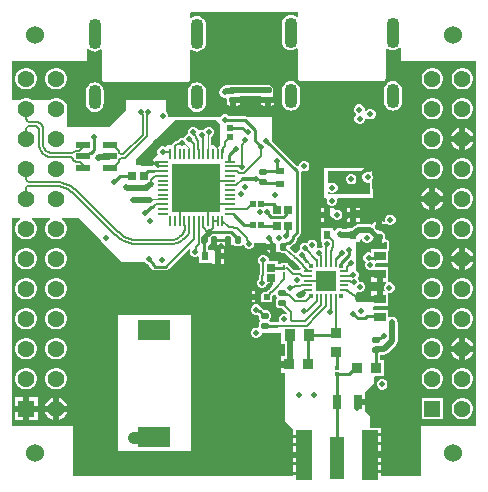
<source format=gtl>
G04*
G04 #@! TF.GenerationSoftware,Altium Limited,Altium Designer,22.11.1 (43)*
G04*
G04 Layer_Physical_Order=1*
G04 Layer_Color=255*
%FSLAX25Y25*%
%MOIN*%
G70*
G04*
G04 #@! TF.SameCoordinates,40CF40E7-FDA6-4BEF-B87F-FA6DAB628F73*
G04*
G04*
G04 #@! TF.FilePolarity,Positive*
G04*
G01*
G75*
%ADD10C,0.00787*%
%ADD14C,0.01000*%
%ADD16R,0.02756X0.02559*%
G04:AMPARAMS|DCode=17|XSize=23.62mil|YSize=21.26mil|CornerRadius=5.63mil|HoleSize=0mil|Usage=FLASHONLY|Rotation=180.000|XOffset=0mil|YOffset=0mil|HoleType=Round|Shape=RoundedRectangle|*
%AMROUNDEDRECTD17*
21,1,0.02362,0.00999,0,0,180.0*
21,1,0.01235,0.02126,0,0,180.0*
1,1,0.01127,-0.00618,0.00500*
1,1,0.01127,0.00618,0.00500*
1,1,0.01127,0.00618,-0.00500*
1,1,0.01127,-0.00618,-0.00500*
%
%ADD17ROUNDEDRECTD17*%
%ADD18R,0.02441X0.02638*%
%ADD19R,0.02835X0.02047*%
%ADD20R,0.11024X0.06693*%
%ADD21R,0.05315X0.16535*%
%ADD22R,0.05000X0.14173*%
%ADD23R,0.00984X0.01378*%
%ADD24R,0.16299X0.16299*%
%ADD25O,0.00984X0.03740*%
%ADD26O,0.03740X0.00984*%
%ADD27R,0.02992X0.05000*%
%ADD28R,0.03701X0.03819*%
%ADD29R,0.01860X0.02029*%
%ADD30R,0.02029X0.01860*%
%ADD31R,0.01181X0.01181*%
%ADD32R,0.03150X0.00787*%
%ADD33R,0.00787X0.03150*%
%ADD34R,0.07087X0.07087*%
%ADD35R,0.02520X0.02677*%
%ADD36R,0.01299X0.01437*%
%ADD37R,0.03740X0.03937*%
%ADD38R,0.03819X0.03701*%
%ADD39R,0.03937X0.03150*%
%ADD40R,0.02047X0.02835*%
G04:AMPARAMS|DCode=41|XSize=23.62mil|YSize=21.26mil|CornerRadius=5.63mil|HoleSize=0mil|Usage=FLASHONLY|Rotation=270.000|XOffset=0mil|YOffset=0mil|HoleType=Round|Shape=RoundedRectangle|*
%AMROUNDEDRECTD41*
21,1,0.02362,0.00999,0,0,270.0*
21,1,0.01235,0.02126,0,0,270.0*
1,1,0.01127,-0.00500,-0.00618*
1,1,0.01127,-0.00500,0.00618*
1,1,0.01127,0.00500,0.00618*
1,1,0.01127,0.00500,-0.00618*
%
%ADD41ROUNDEDRECTD41*%
%ADD42R,0.04724X0.02362*%
G04:AMPARAMS|DCode=69|XSize=43.31mil|YSize=102.36mil|CornerRadius=21.65mil|HoleSize=0mil|Usage=FLASHONLY|Rotation=0.000|XOffset=0mil|YOffset=0mil|HoleType=Round|Shape=RoundedRectangle|*
%AMROUNDEDRECTD69*
21,1,0.04331,0.05906,0,0,0.0*
21,1,0.00000,0.10236,0,0,0.0*
1,1,0.04331,0.00000,-0.02953*
1,1,0.04331,0.00000,-0.02953*
1,1,0.04331,0.00000,0.02953*
1,1,0.04331,0.00000,0.02953*
%
%ADD69ROUNDEDRECTD69*%
G04:AMPARAMS|DCode=70|XSize=43.31mil|YSize=82.68mil|CornerRadius=21.65mil|HoleSize=0mil|Usage=FLASHONLY|Rotation=0.000|XOffset=0mil|YOffset=0mil|HoleType=Round|Shape=RoundedRectangle|*
%AMROUNDEDRECTD70*
21,1,0.04331,0.03937,0,0,0.0*
21,1,0.00000,0.08268,0,0,0.0*
1,1,0.04331,0.00000,-0.01968*
1,1,0.04331,0.00000,-0.01968*
1,1,0.04331,0.00000,0.01968*
1,1,0.04331,0.00000,0.01968*
%
%ADD70ROUNDEDRECTD70*%
%ADD73C,0.01968*%
%ADD74C,0.00826*%
%ADD75C,0.00709*%
%ADD76C,0.00551*%
%ADD77C,0.00591*%
%ADD78C,0.00472*%
%ADD79C,0.01181*%
%ADD80C,0.01575*%
%ADD81C,0.03937*%
%ADD82C,0.01155*%
%ADD83C,0.05610*%
%ADD84R,0.05610X0.05610*%
%ADD85C,0.06000*%
%ADD86C,0.01968*%
G36*
X175575Y233382D02*
X175075Y233150D01*
X174639Y233485D01*
X173920Y233782D01*
X173150Y233884D01*
X172379Y233782D01*
X171660Y233485D01*
X171044Y233012D01*
X170570Y232395D01*
X170273Y231676D01*
X170171Y230906D01*
Y225000D01*
X170273Y224229D01*
X170570Y223511D01*
X171044Y222894D01*
X171660Y222421D01*
X172379Y222123D01*
X173150Y222022D01*
X173920Y222123D01*
X174639Y222421D01*
X175075Y222756D01*
X175575Y222524D01*
Y216339D01*
Y212677D01*
X175636Y212370D01*
X175810Y212109D01*
X176071Y211935D01*
X176378Y211874D01*
X203937D01*
X204244Y211935D01*
X204505Y212109D01*
X204679Y212370D01*
X204740Y212677D01*
Y216339D01*
Y222524D01*
X205240Y222756D01*
X205676Y222421D01*
X206395Y222123D01*
X207165Y222022D01*
X207936Y222123D01*
X208654Y222421D01*
X209271Y222894D01*
X209343Y222987D01*
X209842Y222817D01*
Y218504D01*
X234908D01*
Y96850D01*
X216535D01*
Y80053D01*
X203264D01*
Y86008D01*
X199606D01*
Y88008D01*
X203264D01*
Y96276D01*
X199606D01*
Y100000D01*
X197929Y101677D01*
Y103958D01*
X195433D01*
Y105958D01*
X197929D01*
Y108165D01*
X200784Y111020D01*
X200770Y113189D01*
X201122Y113543D01*
X204016D01*
Y118937D01*
X202887D01*
Y120553D01*
X204145D01*
X204836Y120691D01*
X205422Y121082D01*
X208167Y123827D01*
X208559Y124413D01*
X208696Y125104D01*
Y131496D01*
X208661Y131671D01*
Y131849D01*
X208593Y132013D01*
X208559Y132187D01*
X208460Y132335D01*
X208392Y132500D01*
X208266Y132625D01*
X208167Y132773D01*
X208019Y132872D01*
X207893Y132998D01*
X207729Y133066D01*
X207581Y133165D01*
X207406Y133200D01*
X207242Y133268D01*
X207064D01*
X206890Y133302D01*
X206715Y133268D01*
X206537D01*
X206373Y133200D01*
X206199Y133165D01*
X206051Y133066D01*
X205992Y133042D01*
X205640Y133194D01*
X205492Y133311D01*
Y135630D01*
X200624D01*
X200619Y136456D01*
X200971Y136811D01*
X205492D01*
Y141035D01*
X205651Y141142D01*
X206356D01*
X207008Y141411D01*
X207506Y141910D01*
X207776Y142561D01*
Y143266D01*
X207506Y143917D01*
X207008Y144415D01*
X206356Y144685D01*
X205731D01*
X205722Y144716D01*
X205704Y144824D01*
X205573Y145168D01*
X205566Y145178D01*
X205564Y145190D01*
X205492Y145298D01*
Y149820D01*
X201526D01*
X201311Y150142D01*
Y150847D01*
X201414Y151001D01*
X205492D01*
Y155028D01*
X205686Y155158D01*
X205860Y155418D01*
X205921Y155725D01*
Y158017D01*
X205896Y158142D01*
X205880Y158269D01*
X205866Y158295D01*
X205860Y158324D01*
X205789Y158431D01*
X205726Y158542D01*
X205541Y158755D01*
X205522Y158771D01*
X205508Y158792D01*
X205399Y158867D01*
X205294Y158948D01*
X205270Y158955D01*
X205250Y158969D01*
X205120Y158996D01*
X204993Y159031D01*
X204554Y159258D01*
Y160257D01*
X204449Y160784D01*
X204344Y160942D01*
X204304Y161517D01*
X204650Y162034D01*
X204671Y162144D01*
X202559D01*
Y163144D01*
X201559D01*
Y165161D01*
X201331Y165116D01*
X200814Y164770D01*
X200542Y164363D01*
X200228Y163972D01*
X199537Y164110D01*
X195650D01*
X194959Y163972D01*
X194373Y163580D01*
X193517Y162724D01*
X191957D01*
Y162425D01*
X190451D01*
X190374Y162502D01*
X190209Y162570D01*
X190061Y162669D01*
X189887Y162704D01*
X189723Y162772D01*
X189545D01*
X189370Y162806D01*
X189196Y162772D01*
X189018D01*
X188853Y162704D01*
X188679Y162669D01*
X188531Y162570D01*
X188366Y162502D01*
X188241Y162376D01*
X188093Y162277D01*
X187994Y162129D01*
X187868Y162004D01*
X187800Y161839D01*
X187312Y162009D01*
Y162724D01*
X183296D01*
Y159449D01*
Y158512D01*
X183296D01*
X183532Y158159D01*
X183411Y157868D01*
Y157163D01*
X183681Y156511D01*
X183323Y156170D01*
X183240Y156115D01*
X182992Y156218D01*
X182288D01*
X182272Y156211D01*
X181889Y156594D01*
X181988Y156833D01*
Y157537D01*
X181719Y158189D01*
X181220Y158687D01*
X180569Y158957D01*
X179864D01*
X179213Y158687D01*
X178715Y158189D01*
X178563Y157823D01*
X178145Y157996D01*
X177440D01*
X176789Y157726D01*
X176290Y157228D01*
X176021Y156577D01*
Y155872D01*
X176141Y155581D01*
X175829Y155452D01*
X175330Y154954D01*
X175170Y154567D01*
X174599Y154400D01*
X172663Y156073D01*
X172805Y156611D01*
X172996Y156649D01*
X173422Y156933D01*
X174759Y158272D01*
X175044Y158697D01*
X175144Y159200D01*
Y159463D01*
X176027Y160346D01*
X176311Y160772D01*
X176411Y161274D01*
Y181481D01*
X176899Y181820D01*
X177207Y181693D01*
X177911D01*
X178563Y181963D01*
X179061Y182461D01*
X179331Y183112D01*
Y183817D01*
X179061Y184468D01*
X178563Y184967D01*
X177911Y185236D01*
X177207D01*
X176556Y184967D01*
X176057Y184468D01*
X175787Y183817D01*
Y183666D01*
X175287Y183459D01*
X166929Y191817D01*
Y200000D01*
X158455D01*
X158259Y200131D01*
X157757Y200231D01*
X152428D01*
X152247Y200411D01*
X151596Y200681D01*
X150891D01*
X150240Y200411D01*
X149829Y200000D01*
X132272D01*
Y200552D01*
X132002Y201204D01*
X131504Y201702D01*
X131496Y201705D01*
Y205512D01*
X118110D01*
Y201969D01*
X112598Y196457D01*
X98425D01*
Y201942D01*
X98474Y202125D01*
Y203071D01*
X98425Y203255D01*
Y203937D01*
X98028Y204334D01*
X97756Y204804D01*
X97088Y205473D01*
X96268Y205946D01*
X95355Y206191D01*
X94409D01*
X93495Y205946D01*
X92743Y205512D01*
X87021D01*
X86269Y205946D01*
X85355Y206191D01*
X84409D01*
X83495Y205946D01*
X82743Y205512D01*
X80053D01*
Y218504D01*
X105118D01*
Y222424D01*
X105618Y222593D01*
X105689Y222500D01*
X106306Y222027D01*
X107025Y221730D01*
X107795Y221628D01*
X108566Y221730D01*
X109284Y222027D01*
X109721Y222362D01*
X110221Y222130D01*
Y216339D01*
Y212283D01*
X110282Y211976D01*
X110456Y211716D01*
X110716Y211542D01*
X111024Y211481D01*
X138583D01*
X138890Y211542D01*
X139150Y211716D01*
X139324Y211976D01*
X139385Y212283D01*
Y216339D01*
Y222130D01*
X139885Y222362D01*
X140322Y222027D01*
X141040Y221730D01*
X141811Y221628D01*
X142582Y221730D01*
X143300Y222027D01*
X143917Y222500D01*
X144390Y223117D01*
X144688Y223835D01*
X144789Y224606D01*
Y230512D01*
X144688Y231283D01*
X144390Y232001D01*
X143917Y232618D01*
X143300Y233091D01*
X142582Y233389D01*
X141811Y233490D01*
X141040Y233389D01*
X140322Y233091D01*
X139885Y232756D01*
X139385Y232988D01*
Y234527D01*
X139820Y234908D01*
X175575D01*
Y233382D01*
D02*
G37*
G36*
X149606Y197244D02*
Y190551D01*
X146579D01*
Y193186D01*
X146749Y193256D01*
X147247Y193755D01*
X147517Y194406D01*
Y195111D01*
X147247Y195762D01*
X146749Y196260D01*
X146098Y196530D01*
X145393D01*
X144742Y196260D01*
X144244Y195762D01*
X144107Y195433D01*
X143834Y195546D01*
X143129D01*
X142656Y195350D01*
X142103Y195554D01*
X142042Y195700D01*
X141544Y196198D01*
X140893Y196468D01*
X140188D01*
X139537Y196198D01*
X139038Y195700D01*
X138769Y195048D01*
Y194343D01*
X138851Y194144D01*
X138315Y193922D01*
X137816Y193424D01*
X137696Y193134D01*
X137207Y192795D01*
X136503D01*
X135851Y192525D01*
X135353Y192027D01*
X135312Y191928D01*
X135044D01*
X135044Y191928D01*
X134629Y191845D01*
X134277Y191610D01*
X133699Y191032D01*
X133464Y190680D01*
X133439Y190551D01*
X131890D01*
X131213Y189874D01*
X130766Y190059D01*
X130061D01*
X129410Y189789D01*
X128911Y189291D01*
X128642Y188640D01*
Y187935D01*
X128827Y187488D01*
X125197Y183858D01*
X121653D01*
Y185827D01*
X134646Y198819D01*
X148031D01*
X149606Y197244D01*
D02*
G37*
G36*
X109828Y158675D02*
X109915Y158466D01*
X110414Y157967D01*
X110623Y157880D01*
X116929Y151575D01*
X124427D01*
X124482Y151441D01*
X124981Y150943D01*
X125632Y150673D01*
X125637D01*
X125774Y150537D01*
X125840Y150205D01*
X126125Y149779D01*
X126832Y149072D01*
X127257Y148787D01*
X127760Y148687D01*
X131496D01*
X131998Y148787D01*
X132424Y149072D01*
X132709Y149498D01*
X132726Y149583D01*
X139121Y155979D01*
X139545Y155695D01*
X139370Y155274D01*
Y154569D01*
X139640Y153918D01*
X140138Y153419D01*
X140789Y153150D01*
X141494D01*
X142079Y153392D01*
X142579Y153200D01*
Y151164D01*
X146197D01*
X146201Y151164D01*
X146697Y151155D01*
Y150952D01*
X147721D01*
Y153369D01*
Y155786D01*
X146697D01*
Y155583D01*
X146201Y155574D01*
X146197Y155574D01*
X145594D01*
Y156784D01*
X145602Y156791D01*
X146094Y157005D01*
X146449Y156768D01*
X146559Y156746D01*
Y158858D01*
X148559D01*
Y156746D01*
X148669Y156768D01*
X149186Y157113D01*
X149531Y157631D01*
X149559Y157769D01*
X150069D01*
X150092Y157653D01*
X150437Y157136D01*
X150954Y156790D01*
X151064Y156769D01*
Y158881D01*
X153064D01*
Y156769D01*
X153174Y156790D01*
X153691Y157136D01*
X154265Y157096D01*
X154423Y156991D01*
X154950Y156886D01*
X155949D01*
X156476Y156991D01*
X156923Y157289D01*
X156968Y157356D01*
X157240Y157333D01*
X157496Y157246D01*
X157738Y156663D01*
X158236Y156165D01*
X158887Y155895D01*
X159592D01*
X160243Y156165D01*
X160741Y156663D01*
X161011Y157314D01*
Y157874D01*
X164680D01*
X164909Y157595D01*
X167152D01*
Y156595D01*
X168152D01*
Y154482D01*
X168261Y154504D01*
X168778Y154850D01*
X169353Y154810D01*
D01*
X169511Y154704D01*
X170038Y154600D01*
X170807D01*
X173666Y152129D01*
X173768Y152071D01*
D01*
X173789Y152057D01*
X174168Y151766D01*
X174318Y151704D01*
X174650Y151380D01*
X175913Y150117D01*
X175965Y149855D01*
X176217Y149478D01*
X176356Y149339D01*
X176223Y148815D01*
X176137Y148764D01*
X176083Y148775D01*
X174234D01*
X172803Y150206D01*
X172425Y150458D01*
X172289Y150485D01*
Y151181D01*
X169730D01*
Y150947D01*
X168710D01*
Y151761D01*
X165720D01*
Y152359D01*
X165450Y153010D01*
X164952Y153509D01*
X164301Y153778D01*
X163596D01*
X162945Y153509D01*
X162446Y153010D01*
X162177Y152359D01*
Y151654D01*
X162446Y151003D01*
X162744Y150706D01*
Y147535D01*
X162731Y147522D01*
X162470Y147131D01*
X162378Y146670D01*
X162378Y146670D01*
Y145808D01*
X162079Y145509D01*
X161809Y144858D01*
Y144153D01*
X162079Y143502D01*
X162577Y143003D01*
X163228Y142734D01*
X163933D01*
X164584Y143003D01*
X165083Y143502D01*
X165219Y143831D01*
X166739D01*
X166856Y143550D01*
X166897Y143331D01*
X166679Y143005D01*
X166209Y142535D01*
X166061Y142505D01*
X165684Y142253D01*
X165109Y141678D01*
X164071D01*
Y141891D01*
X163057D01*
Y139961D01*
Y138031D01*
X164071D01*
Y138243D01*
X166840D01*
Y140116D01*
X167048Y140325D01*
X167196Y140354D01*
X167573Y140607D01*
X167596Y140630D01*
X168139Y140465D01*
X168175Y140284D01*
X168473Y139837D01*
Y139398D01*
X168175Y138952D01*
X168070Y138425D01*
Y137425D01*
X168175Y136898D01*
X168473Y136451D01*
X168920Y136153D01*
X169447Y136048D01*
X170180D01*
X171734Y134494D01*
X171450Y134070D01*
X171219Y134166D01*
X170514D01*
X169863Y133897D01*
X169364Y133398D01*
X169095Y132747D01*
Y132042D01*
X169140Y131931D01*
X168781Y131493D01*
X168598Y131529D01*
X166090D01*
X166059Y131575D01*
X165984Y132126D01*
X166283Y132573D01*
X166388Y133100D01*
Y134099D01*
X166283Y134626D01*
X165984Y135073D01*
X165537Y135371D01*
X165010Y135476D01*
X164220D01*
X163618Y136077D01*
X163263Y136315D01*
X163119Y136663D01*
X162621Y137161D01*
X161969Y137431D01*
X161265D01*
X160614Y137161D01*
X160115Y136663D01*
X159845Y136012D01*
Y135307D01*
X160115Y134656D01*
X160614Y134157D01*
X161265Y133888D01*
X161969D01*
X162022Y133910D01*
X162086Y133897D01*
X162398Y133586D01*
Y133100D01*
X162503Y132573D01*
X162801Y132126D01*
Y131687D01*
X162503Y131240D01*
X162398Y130713D01*
Y129971D01*
X161968Y129627D01*
X161908Y129614D01*
X161248D01*
X160597Y129345D01*
X160099Y128846D01*
X159829Y128195D01*
Y127953D01*
Y127490D01*
X160099Y126839D01*
X160597Y126341D01*
X161248Y126071D01*
X161953D01*
X162604Y126341D01*
X163102Y126839D01*
X163372Y127490D01*
Y127953D01*
X169866D01*
Y124056D01*
X171260D01*
Y120331D01*
X169827D01*
Y118421D01*
X172677D01*
Y116421D01*
X169827D01*
Y114512D01*
X171260D01*
Y98425D01*
X173705Y95980D01*
Y88008D01*
X177362D01*
Y86008D01*
X173705D01*
Y80053D01*
X100394D01*
Y88583D01*
Y96850D01*
X80053D01*
Y146850D01*
Y166142D01*
X82834D01*
X82968Y165642D01*
X82676Y165473D01*
X82007Y164804D01*
X81534Y163985D01*
X81289Y163071D01*
Y162125D01*
X81534Y161212D01*
X82007Y160392D01*
X82676Y159724D01*
X83495Y159251D01*
X84409Y159006D01*
X85355D01*
X86269Y159251D01*
X87088Y159724D01*
X87757Y160392D01*
X88230Y161212D01*
X88474Y162125D01*
Y163071D01*
X88230Y163985D01*
X87757Y164804D01*
X87088Y165473D01*
X86796Y165642D01*
X86930Y166142D01*
X92834D01*
X92968Y165642D01*
X92676Y165473D01*
X92007Y164804D01*
X91534Y163985D01*
X91289Y163071D01*
Y162125D01*
X91534Y161212D01*
X92007Y160392D01*
X92676Y159724D01*
X93495Y159251D01*
X94409Y159006D01*
X95355D01*
X96268Y159251D01*
X97088Y159724D01*
X97756Y160392D01*
X98229Y161212D01*
X98474Y162125D01*
Y163071D01*
X98229Y163985D01*
X97756Y164804D01*
X97088Y165473D01*
X96796Y165642D01*
X96930Y166142D01*
X102362D01*
X109828Y158675D01*
D02*
G37*
G36*
X203559Y157740D02*
X203787Y157785D01*
X204304Y158131D01*
X204375Y158237D01*
X204934Y158230D01*
X205118Y158017D01*
Y155725D01*
X199980D01*
Y154904D01*
X199565Y154627D01*
X199416Y154688D01*
X198711D01*
X198060Y154419D01*
X197561Y153920D01*
X197292Y153269D01*
Y152564D01*
X197561Y151913D01*
X198020Y151455D01*
X197768Y150847D01*
Y150142D01*
X198037Y149491D01*
X198536Y148993D01*
X199187Y148723D01*
X199768D01*
Y148458D01*
X202736D01*
Y147458D01*
X203736D01*
Y144883D01*
X204822D01*
X204954Y144538D01*
X204968Y144383D01*
X204502Y143917D01*
X204232Y143266D01*
Y142561D01*
X204362Y142248D01*
X204028Y141748D01*
X203736D01*
Y139173D01*
X201736D01*
Y141748D01*
X199768D01*
Y138189D01*
X195276D01*
X194882Y138583D01*
Y141228D01*
X195382Y141562D01*
X195665Y141445D01*
X196369D01*
X197020Y141715D01*
X197519Y142213D01*
X197789Y142864D01*
Y143569D01*
X197519Y144220D01*
X197020Y144718D01*
X196369Y144988D01*
X195822D01*
Y145061D01*
X195552Y145712D01*
X195279Y145985D01*
X195466Y146172D01*
X195736Y146823D01*
Y147528D01*
X195466Y148179D01*
X194968Y148678D01*
X194882Y148713D01*
Y150758D01*
X194903Y150808D01*
Y151513D01*
X194882Y151563D01*
Y158299D01*
X196186D01*
Y158911D01*
X196686Y159011D01*
X196895Y158507D01*
X197393Y158009D01*
X198044Y157739D01*
X198749D01*
X199400Y158009D01*
X199899Y158507D01*
X199958Y158651D01*
X200337Y158649D01*
X200487Y158621D01*
X200814Y158131D01*
X201331Y157785D01*
X201559Y157740D01*
Y159758D01*
X203559D01*
Y157740D01*
D02*
G37*
%LPC*%
G36*
X165972Y210656D02*
X164737D01*
X164382Y210586D01*
X154909D01*
X154555Y210656D01*
X153319D01*
X152792Y210552D01*
X152575Y210406D01*
X151600D01*
X150909Y210269D01*
X150323Y209877D01*
X149823Y209377D01*
X149724Y209229D01*
X149598Y209104D01*
X149530Y208939D01*
X149431Y208791D01*
X149396Y208617D01*
X149328Y208452D01*
Y208275D01*
X149294Y208100D01*
X149328Y207926D01*
Y207748D01*
X149396Y207583D01*
X149431Y207409D01*
X149530Y207261D01*
X149598Y207096D01*
X149724Y206971D01*
X149823Y206823D01*
X149971Y206724D01*
X150096Y206598D01*
X150261Y206530D01*
X150409Y206431D01*
X150583Y206396D01*
X150748Y206328D01*
X150926D01*
X151100Y206294D01*
X151275Y206328D01*
X151302D01*
X151649Y206022D01*
X151727Y205901D01*
X151725Y205893D01*
Y204894D01*
X151847Y204284D01*
X152192Y203767D01*
X152709Y203421D01*
X152937Y203376D01*
Y205394D01*
X153937D01*
Y206394D01*
X156049D01*
X156033Y206473D01*
X156033Y206560D01*
X156290Y206973D01*
X163048D01*
X163258Y206579D01*
X163258Y206473D01*
X163242Y206394D01*
X165354D01*
X167467D01*
X167445Y206503D01*
X167099Y207020D01*
X167139Y207595D01*
X167245Y207753D01*
X167349Y208280D01*
Y209279D01*
X167245Y209806D01*
X166946Y210253D01*
X166499Y210552D01*
X165972Y210656D01*
D02*
G37*
G36*
X230788Y216191D02*
X229842D01*
X228928Y215946D01*
X228109Y215473D01*
X227440Y214804D01*
X226967Y213985D01*
X226723Y213071D01*
Y212125D01*
X226967Y211212D01*
X227440Y210392D01*
X228109Y209724D01*
X228928Y209251D01*
X229842Y209006D01*
X230788D01*
X231702Y209251D01*
X232521Y209724D01*
X233190Y210392D01*
X233663Y211212D01*
X233908Y212125D01*
Y213071D01*
X233663Y213985D01*
X233190Y214804D01*
X232521Y215473D01*
X231702Y215946D01*
X230788Y216191D01*
D02*
G37*
G36*
X220788D02*
X219842D01*
X218928Y215946D01*
X218109Y215473D01*
X217440Y214804D01*
X216967Y213985D01*
X216722Y213071D01*
Y212125D01*
X216967Y211212D01*
X217440Y210392D01*
X218109Y209724D01*
X218928Y209251D01*
X219842Y209006D01*
X220788D01*
X221702Y209251D01*
X222521Y209724D01*
X223190Y210392D01*
X223663Y211212D01*
X223907Y212125D01*
Y213071D01*
X223663Y213985D01*
X223190Y214804D01*
X222521Y215473D01*
X221702Y215946D01*
X220788Y216191D01*
D02*
G37*
G36*
X95355D02*
X94409D01*
X93495Y215946D01*
X92676Y215473D01*
X92007Y214804D01*
X91534Y213985D01*
X91289Y213071D01*
Y212125D01*
X91534Y211212D01*
X92007Y210392D01*
X92676Y209724D01*
X93495Y209251D01*
X94409Y209006D01*
X95355D01*
X96268Y209251D01*
X97088Y209724D01*
X97756Y210392D01*
X98229Y211212D01*
X98474Y212125D01*
Y213071D01*
X98229Y213985D01*
X97756Y214804D01*
X97088Y215473D01*
X96268Y215946D01*
X95355Y216191D01*
D02*
G37*
G36*
X85355D02*
X84409D01*
X83495Y215946D01*
X82676Y215473D01*
X82007Y214804D01*
X81534Y213985D01*
X81289Y213071D01*
Y212125D01*
X81534Y211212D01*
X82007Y210392D01*
X82676Y209724D01*
X83495Y209251D01*
X84409Y209006D01*
X85355D01*
X86269Y209251D01*
X87088Y209724D01*
X87757Y210392D01*
X88230Y211212D01*
X88474Y212125D01*
Y213071D01*
X88230Y213985D01*
X87757Y214804D01*
X87088Y215473D01*
X86269Y215946D01*
X85355Y216191D01*
D02*
G37*
G36*
X167467Y204394D02*
X166354D01*
Y203376D01*
X166582Y203421D01*
X167099Y203767D01*
X167445Y204284D01*
X167467Y204394D01*
D02*
G37*
G36*
X164354D02*
X163242D01*
X163264Y204284D01*
X163610Y203767D01*
X164127Y203421D01*
X164354Y203376D01*
Y204394D01*
D02*
G37*
G36*
X156049Y204394D02*
X154937D01*
Y203376D01*
X155165Y203421D01*
X155682Y203767D01*
X156027Y204284D01*
X156049Y204394D01*
D02*
G37*
G36*
X207165Y211797D02*
X206395Y211696D01*
X205676Y211398D01*
X205059Y210925D01*
X204586Y210308D01*
X204289Y209590D01*
X204187Y208819D01*
Y204882D01*
X204289Y204111D01*
X204586Y203393D01*
X205059Y202776D01*
X205676Y202303D01*
X206395Y202005D01*
X207165Y201904D01*
X207936Y202005D01*
X208654Y202303D01*
X209271Y202776D01*
X209745Y203393D01*
X210042Y204111D01*
X210144Y204882D01*
Y208819D01*
X210042Y209590D01*
X209745Y210308D01*
X209271Y210925D01*
X208654Y211398D01*
X207936Y211696D01*
X207165Y211797D01*
D02*
G37*
G36*
X173150D02*
X172379Y211696D01*
X171660Y211398D01*
X171044Y210925D01*
X170570Y210308D01*
X170273Y209590D01*
X170171Y208819D01*
Y204882D01*
X170273Y204111D01*
X170570Y203393D01*
X171044Y202776D01*
X171660Y202303D01*
X172379Y202005D01*
X173150Y201904D01*
X173920Y202005D01*
X174639Y202303D01*
X175256Y202776D01*
X175729Y203393D01*
X176026Y204111D01*
X176128Y204882D01*
Y208819D01*
X176026Y209590D01*
X175729Y210308D01*
X175256Y210925D01*
X174639Y211398D01*
X173920Y211696D01*
X173150Y211797D01*
D02*
G37*
G36*
X141811Y211403D02*
X141040Y211302D01*
X140322Y211004D01*
X139705Y210531D01*
X139232Y209914D01*
X138934Y209196D01*
X138833Y208425D01*
Y204488D01*
X138934Y203717D01*
X139232Y202999D01*
X139705Y202382D01*
X140322Y201909D01*
X141040Y201611D01*
X141811Y201510D01*
X142582Y201611D01*
X143300Y201909D01*
X143917Y202382D01*
X144390Y202999D01*
X144688Y203717D01*
X144789Y204488D01*
Y208425D01*
X144688Y209196D01*
X144390Y209914D01*
X143917Y210531D01*
X143300Y211004D01*
X142582Y211302D01*
X141811Y211403D01*
D02*
G37*
G36*
X107795D02*
X107025Y211302D01*
X106306Y211004D01*
X105689Y210531D01*
X105216Y209914D01*
X104919Y209196D01*
X104817Y208425D01*
Y204488D01*
X104919Y203717D01*
X105216Y202999D01*
X105689Y202382D01*
X106306Y201909D01*
X107025Y201611D01*
X107795Y201510D01*
X108566Y201611D01*
X109284Y201909D01*
X109901Y202382D01*
X110374Y202999D01*
X110672Y203717D01*
X110774Y204488D01*
Y208425D01*
X110672Y209196D01*
X110374Y209914D01*
X109901Y210531D01*
X109284Y211004D01*
X108566Y211302D01*
X107795Y211403D01*
D02*
G37*
G36*
X196352Y204072D02*
X195648D01*
X194996Y203802D01*
X194498Y203304D01*
X194228Y202652D01*
Y201969D01*
Y201948D01*
X194498Y201296D01*
X194743Y201051D01*
X194990Y200788D01*
X194743Y200398D01*
X194561Y200216D01*
X194291Y199565D01*
Y198860D01*
X194561Y198209D01*
X195059Y197711D01*
X195711Y197441D01*
X196415D01*
X197067Y197711D01*
X197565Y198209D01*
X197835Y198860D01*
Y199346D01*
X198335Y199554D01*
X198603Y199285D01*
X199254Y199016D01*
X199959D01*
X200610Y199285D01*
X201108Y199784D01*
X201378Y200435D01*
Y201140D01*
X201108Y201791D01*
X200610Y202289D01*
X200192Y202463D01*
D01*
X199959Y202559D01*
X199254D01*
X198603Y202289D01*
X198272Y201958D01*
X197772Y202165D01*
Y202652D01*
X197502Y203304D01*
X197004Y203802D01*
X196352Y204072D01*
D02*
G37*
G36*
X230788Y206191D02*
X229842D01*
X228928Y205946D01*
X228109Y205473D01*
X227440Y204804D01*
X226967Y203985D01*
X226723Y203071D01*
Y202125D01*
X226967Y201212D01*
X227440Y200393D01*
X228109Y199724D01*
X228928Y199251D01*
X229842Y199006D01*
X230788D01*
X231702Y199251D01*
X232521Y199724D01*
X233190Y200393D01*
X233663Y201212D01*
X233908Y202125D01*
Y203071D01*
X233663Y203985D01*
X233190Y204804D01*
X232521Y205473D01*
X231702Y205946D01*
X230788Y206191D01*
D02*
G37*
G36*
X220788D02*
X219842D01*
X218928Y205946D01*
X218109Y205473D01*
X217440Y204804D01*
X216967Y203985D01*
X216722Y203071D01*
Y202125D01*
X216967Y201212D01*
X217440Y200393D01*
X218109Y199724D01*
X218928Y199251D01*
X219842Y199006D01*
X220788D01*
X221702Y199251D01*
X222521Y199724D01*
X223190Y200393D01*
X223663Y201212D01*
X223907Y202125D01*
Y203071D01*
X223663Y203985D01*
X223190Y204804D01*
X222521Y205473D01*
X221702Y205946D01*
X220788Y206191D01*
D02*
G37*
G36*
X231315Y196270D02*
Y193598D01*
X233986D01*
X233861Y194067D01*
X233360Y194935D01*
X232651Y195643D01*
X231784Y196144D01*
X231315Y196270D01*
D02*
G37*
G36*
X229315D02*
X228846Y196144D01*
X227979Y195643D01*
X227270Y194935D01*
X226769Y194067D01*
X226644Y193598D01*
X229315D01*
Y196270D01*
D02*
G37*
G36*
X220788Y196191D02*
X219842D01*
X218928Y195946D01*
X218109Y195473D01*
X217440Y194804D01*
X216967Y193985D01*
X216722Y193071D01*
Y192125D01*
X216967Y191212D01*
X217440Y190392D01*
X218109Y189724D01*
X218928Y189251D01*
X219842Y189006D01*
X220788D01*
X221702Y189251D01*
X222521Y189724D01*
X223190Y190392D01*
X223663Y191212D01*
X223907Y192125D01*
Y193071D01*
X223663Y193985D01*
X223190Y194804D01*
X222521Y195473D01*
X221702Y195946D01*
X220788Y196191D01*
D02*
G37*
G36*
X233986Y191598D02*
X231315D01*
Y188927D01*
X231784Y189053D01*
X232651Y189553D01*
X233360Y190262D01*
X233861Y191130D01*
X233986Y191598D01*
D02*
G37*
G36*
X229315D02*
X226644D01*
X226769Y191130D01*
X227270Y190262D01*
X227979Y189553D01*
X228846Y189053D01*
X229315Y188927D01*
Y191598D01*
D02*
G37*
G36*
X230788Y186191D02*
X229842D01*
X228928Y185946D01*
X228109Y185473D01*
X227440Y184804D01*
X226967Y183985D01*
X226723Y183071D01*
Y182125D01*
X226967Y181212D01*
X227440Y180393D01*
X228109Y179724D01*
X228928Y179251D01*
X229842Y179006D01*
X230788D01*
X231702Y179251D01*
X232521Y179724D01*
X233190Y180393D01*
X233663Y181212D01*
X233908Y182125D01*
Y183071D01*
X233663Y183985D01*
X233190Y184804D01*
X232521Y185473D01*
X231702Y185946D01*
X230788Y186191D01*
D02*
G37*
G36*
X220788D02*
X219842D01*
X218928Y185946D01*
X218109Y185473D01*
X217440Y184804D01*
X216967Y183985D01*
X216722Y183071D01*
Y182125D01*
X216967Y181212D01*
X217440Y180393D01*
X218109Y179724D01*
X218928Y179251D01*
X219842Y179006D01*
X220788D01*
X221702Y179251D01*
X222521Y179724D01*
X223190Y180393D01*
X223663Y181212D01*
X223907Y182125D01*
Y183071D01*
X223663Y183985D01*
X223190Y184804D01*
X222521Y185473D01*
X221702Y185946D01*
X220788Y186191D01*
D02*
G37*
G36*
X193561Y180905D02*
X192856D01*
X192205Y180636D01*
X191707Y180137D01*
X191437Y179486D01*
Y178781D01*
X191707Y178130D01*
X192205Y177632D01*
X192856Y177362D01*
X193561D01*
X194212Y177632D01*
X194711Y178130D01*
X194980Y178781D01*
Y179486D01*
X194711Y180137D01*
X194212Y180636D01*
X193561Y180905D01*
D02*
G37*
G36*
X221315Y176270D02*
Y173598D01*
X223986D01*
X223861Y174067D01*
X223360Y174935D01*
X222651Y175643D01*
X221784Y176144D01*
X221315Y176270D01*
D02*
G37*
G36*
X219315D02*
X218846Y176144D01*
X217979Y175643D01*
X217270Y174935D01*
X216769Y174067D01*
X216644Y173598D01*
X219315D01*
Y176270D01*
D02*
G37*
G36*
X197638Y182677D02*
X184252D01*
Y172835D01*
X184810D01*
X185088Y172419D01*
X185039Y172301D01*
Y171596D01*
X185309Y170945D01*
X185808Y170447D01*
X186459Y170177D01*
X187163D01*
X187815Y170447D01*
X188313Y170945D01*
X188583Y171596D01*
Y172301D01*
X188534Y172419D01*
X188812Y172835D01*
X200383D01*
X200343Y179013D01*
X200492Y179372D01*
Y180077D01*
X200334Y180458D01*
X200323Y182125D01*
X200323Y182213D01*
X199606Y181496D01*
Y181275D01*
X199073Y181496D01*
X198368D01*
X197717Y181226D01*
X197219Y180728D01*
X196949Y180077D01*
Y179372D01*
X197219Y178721D01*
X197717Y178223D01*
X198368Y177953D01*
X199073D01*
X199606Y178174D01*
Y174016D01*
X185433D01*
Y175152D01*
X185906Y174679D01*
X186557Y174409D01*
X187262D01*
X187913Y174679D01*
X188411Y175178D01*
X188681Y175829D01*
Y176533D01*
X188411Y177185D01*
X187913Y177683D01*
X187262Y177953D01*
X186557D01*
X185906Y177683D01*
X185433Y177210D01*
Y181890D01*
X196850D01*
X197638Y182677D01*
D02*
G37*
G36*
X230788Y176191D02*
X229842D01*
X228928Y175946D01*
X228109Y175473D01*
X227440Y174804D01*
X226967Y173985D01*
X226723Y173071D01*
Y172125D01*
X226967Y171212D01*
X227440Y170393D01*
X228109Y169724D01*
X228928Y169251D01*
X229842Y169006D01*
X230788D01*
X231702Y169251D01*
X232521Y169724D01*
X233190Y170393D01*
X233663Y171212D01*
X233908Y172125D01*
Y173071D01*
X233663Y173985D01*
X233190Y174804D01*
X232521Y175473D01*
X231702Y175946D01*
X230788Y176191D01*
D02*
G37*
G36*
X223986Y171598D02*
X221315D01*
Y168927D01*
X221784Y169053D01*
X222651Y169553D01*
X223360Y170262D01*
X223861Y171130D01*
X223986Y171598D01*
D02*
G37*
G36*
X219315D02*
X216644D01*
X216769Y171130D01*
X217270Y170262D01*
X217979Y169553D01*
X218846Y169053D01*
X219315Y168927D01*
Y171598D01*
D02*
G37*
G36*
X196186Y169630D02*
X194965D01*
Y168311D01*
X196186D01*
Y169630D01*
D02*
G37*
G36*
X192965D02*
X191745D01*
Y168311D01*
X192965D01*
Y169630D01*
D02*
G37*
G36*
X184304D02*
X183083D01*
Y168311D01*
X184304D01*
Y169630D01*
D02*
G37*
G36*
X187524D02*
X186304D01*
Y167311D01*
Y164992D01*
X187524D01*
Y165173D01*
X188024Y165507D01*
X188210Y165430D01*
X188915D01*
X189566Y165700D01*
X190064Y166198D01*
X190334Y166849D01*
Y167554D01*
X190064Y168205D01*
X189566Y168704D01*
X188915Y168973D01*
X188210D01*
X188024Y168897D01*
X187524Y169231D01*
Y169630D01*
D02*
G37*
G36*
X196186Y166311D02*
X194965D01*
Y164992D01*
X196186D01*
Y166311D01*
D02*
G37*
G36*
X192965D02*
X191745D01*
Y164992D01*
X192965D01*
Y166311D01*
D02*
G37*
G36*
X184304D02*
X183083D01*
Y164992D01*
X184304D01*
Y166311D01*
D02*
G37*
G36*
X206652Y167323D02*
X205947D01*
X205296Y167053D01*
X204797Y166555D01*
X204528Y165904D01*
Y165222D01*
X204445Y165139D01*
X204110Y164900D01*
X203787Y165116D01*
X203559Y165161D01*
Y164144D01*
X205129D01*
X205176Y164169D01*
X205296Y164049D01*
X205947Y163779D01*
X206652D01*
X207303Y164049D01*
X207801Y164548D01*
X208071Y165199D01*
Y165904D01*
X207801Y166555D01*
X207303Y167053D01*
X206652Y167323D01*
D02*
G37*
G36*
X230788Y166191D02*
X229842D01*
X228928Y165946D01*
X228109Y165473D01*
X227440Y164804D01*
X226967Y163985D01*
X226723Y163071D01*
Y162125D01*
X226967Y161212D01*
X227440Y160392D01*
X228109Y159724D01*
X228928Y159251D01*
X229842Y159006D01*
X230788D01*
X231702Y159251D01*
X232521Y159724D01*
X233190Y160392D01*
X233663Y161212D01*
X233908Y162125D01*
Y163071D01*
X233663Y163985D01*
X233190Y164804D01*
X232521Y165473D01*
X231702Y165946D01*
X230788Y166191D01*
D02*
G37*
G36*
X220788D02*
X219842D01*
X218928Y165946D01*
X218109Y165473D01*
X217440Y164804D01*
X216967Y163985D01*
X216722Y163071D01*
Y162125D01*
X216967Y161212D01*
X217440Y160392D01*
X218109Y159724D01*
X218928Y159251D01*
X219842Y159006D01*
X220788D01*
X221702Y159251D01*
X222521Y159724D01*
X223190Y160392D01*
X223663Y161212D01*
X223907Y162125D01*
Y163071D01*
X223663Y163985D01*
X223190Y164804D01*
X222521Y165473D01*
X221702Y165946D01*
X220788Y166191D01*
D02*
G37*
G36*
X231315Y156270D02*
Y153598D01*
X233986D01*
X233861Y154067D01*
X233360Y154935D01*
X232651Y155643D01*
X231784Y156144D01*
X231315Y156270D01*
D02*
G37*
G36*
X229315D02*
X228846Y156144D01*
X227979Y155643D01*
X227270Y154935D01*
X226769Y154067D01*
X226644Y153598D01*
X229315D01*
Y156270D01*
D02*
G37*
G36*
X220788Y156191D02*
X219842D01*
X218928Y155946D01*
X218109Y155473D01*
X217440Y154804D01*
X216967Y153985D01*
X216722Y153071D01*
Y152125D01*
X216967Y151212D01*
X217440Y150392D01*
X218109Y149724D01*
X218928Y149251D01*
X219842Y149006D01*
X220788D01*
X221702Y149251D01*
X222521Y149724D01*
X223190Y150392D01*
X223663Y151212D01*
X223907Y152125D01*
Y153071D01*
X223663Y153985D01*
X223190Y154804D01*
X222521Y155473D01*
X221702Y155946D01*
X220788Y156191D01*
D02*
G37*
G36*
X233986Y151598D02*
X231315D01*
Y148927D01*
X231784Y149053D01*
X232651Y149554D01*
X233360Y150262D01*
X233861Y151130D01*
X233986Y151598D01*
D02*
G37*
G36*
X229315D02*
X226644D01*
X226769Y151130D01*
X227270Y150262D01*
X227979Y149554D01*
X228846Y149053D01*
X229315Y148927D01*
Y151598D01*
D02*
G37*
G36*
X230788Y146191D02*
X229842D01*
X228928Y145946D01*
X228109Y145473D01*
X227440Y144804D01*
X226967Y143985D01*
X226723Y143071D01*
Y142125D01*
X226967Y141212D01*
X227440Y140392D01*
X228109Y139724D01*
X228928Y139251D01*
X229842Y139006D01*
X230788D01*
X231702Y139251D01*
X232521Y139724D01*
X233190Y140392D01*
X233663Y141212D01*
X233908Y142125D01*
Y143071D01*
X233663Y143985D01*
X233190Y144804D01*
X232521Y145473D01*
X231702Y145946D01*
X230788Y146191D01*
D02*
G37*
G36*
X220788D02*
X219842D01*
X218928Y145946D01*
X218109Y145473D01*
X217440Y144804D01*
X216967Y143985D01*
X216722Y143071D01*
Y142125D01*
X216967Y141212D01*
X217440Y140392D01*
X218109Y139724D01*
X218928Y139251D01*
X219842Y139006D01*
X220788D01*
X221702Y139251D01*
X222521Y139724D01*
X223190Y140392D01*
X223663Y141212D01*
X223907Y142125D01*
Y143071D01*
X223663Y143985D01*
X223190Y144804D01*
X222521Y145473D01*
X221702Y145946D01*
X220788Y146191D01*
D02*
G37*
G36*
X230788Y136191D02*
X229842D01*
X228928Y135946D01*
X228109Y135473D01*
X227440Y134804D01*
X226967Y133985D01*
X226723Y133071D01*
Y132125D01*
X226967Y131212D01*
X227440Y130393D01*
X228109Y129724D01*
X228928Y129251D01*
X229842Y129006D01*
X230788D01*
X231702Y129251D01*
X232521Y129724D01*
X233190Y130393D01*
X233663Y131212D01*
X233908Y132125D01*
Y133071D01*
X233663Y133985D01*
X233190Y134804D01*
X232521Y135473D01*
X231702Y135946D01*
X230788Y136191D01*
D02*
G37*
G36*
X220788D02*
X219842D01*
X218928Y135946D01*
X218109Y135473D01*
X217440Y134804D01*
X216967Y133985D01*
X216722Y133071D01*
Y132125D01*
X216967Y131212D01*
X217440Y130393D01*
X218109Y129724D01*
X218928Y129251D01*
X219842Y129006D01*
X220788D01*
X221702Y129251D01*
X222521Y129724D01*
X223190Y130393D01*
X223663Y131212D01*
X223907Y132125D01*
Y133071D01*
X223663Y133985D01*
X223190Y134804D01*
X222521Y135473D01*
X221702Y135946D01*
X220788Y136191D01*
D02*
G37*
G36*
X231315Y126270D02*
Y123598D01*
X233986D01*
X233861Y124067D01*
X233360Y124935D01*
X232651Y125643D01*
X231784Y126144D01*
X231315Y126270D01*
D02*
G37*
G36*
X229315D02*
X228846Y126144D01*
X227979Y125643D01*
X227270Y124935D01*
X226769Y124067D01*
X226644Y123598D01*
X229315D01*
Y126270D01*
D02*
G37*
G36*
X220788Y126191D02*
X219842D01*
X218928Y125946D01*
X218109Y125473D01*
X217440Y124804D01*
X216967Y123985D01*
X216722Y123071D01*
Y122125D01*
X216967Y121212D01*
X217440Y120393D01*
X218109Y119724D01*
X218928Y119251D01*
X219842Y119006D01*
X220788D01*
X221702Y119251D01*
X222521Y119724D01*
X223190Y120393D01*
X223663Y121212D01*
X223907Y122125D01*
Y123071D01*
X223663Y123985D01*
X223190Y124804D01*
X222521Y125473D01*
X221702Y125946D01*
X220788Y126191D01*
D02*
G37*
G36*
X233986Y121598D02*
X231315D01*
Y118927D01*
X231784Y119053D01*
X232651Y119553D01*
X233360Y120262D01*
X233861Y121130D01*
X233986Y121598D01*
D02*
G37*
G36*
X229315D02*
X226644D01*
X226769Y121130D01*
X227270Y120262D01*
X227979Y119553D01*
X228846Y119053D01*
X229315Y118927D01*
Y121598D01*
D02*
G37*
G36*
X230788Y116191D02*
X229842D01*
X228928Y115946D01*
X228109Y115473D01*
X227440Y114804D01*
X226967Y113985D01*
X226723Y113071D01*
Y112125D01*
X226967Y111212D01*
X227440Y110392D01*
X228109Y109724D01*
X228928Y109251D01*
X229842Y109006D01*
X230788D01*
X231702Y109251D01*
X232521Y109724D01*
X233190Y110392D01*
X233663Y111212D01*
X233908Y112125D01*
Y113071D01*
X233663Y113985D01*
X233190Y114804D01*
X232521Y115473D01*
X231702Y115946D01*
X230788Y116191D01*
D02*
G37*
G36*
X220788D02*
X219842D01*
X218928Y115946D01*
X218109Y115473D01*
X217440Y114804D01*
X216967Y113985D01*
X216722Y113071D01*
Y112125D01*
X216967Y111212D01*
X217440Y110392D01*
X218109Y109724D01*
X218928Y109251D01*
X219842Y109006D01*
X220788D01*
X221702Y109251D01*
X222521Y109724D01*
X223190Y110392D01*
X223663Y111212D01*
X223907Y112125D01*
Y113071D01*
X223663Y113985D01*
X223190Y114804D01*
X222521Y115473D01*
X221702Y115946D01*
X220788Y116191D01*
D02*
G37*
G36*
X203896Y112485D02*
X203191D01*
X202540Y112215D01*
X202042Y111717D01*
X201772Y111066D01*
Y110361D01*
X202042Y109710D01*
X202540Y109212D01*
X203191Y108942D01*
X203896D01*
X204547Y109212D01*
X205045Y109710D01*
X205315Y110361D01*
Y111066D01*
X205045Y111717D01*
X204547Y112215D01*
X203896Y112485D01*
D02*
G37*
G36*
X230788Y106191D02*
X229842D01*
X228928Y105946D01*
X228109Y105473D01*
X227440Y104804D01*
X226967Y103985D01*
X226723Y103071D01*
Y102125D01*
X226967Y101212D01*
X227440Y100392D01*
X228109Y99724D01*
X228928Y99251D01*
X229842Y99006D01*
X230788D01*
X231702Y99251D01*
X232521Y99724D01*
X233190Y100392D01*
X233663Y101212D01*
X233908Y102125D01*
Y103071D01*
X233663Y103985D01*
X233190Y104804D01*
X232521Y105473D01*
X231702Y105946D01*
X230788Y106191D01*
D02*
G37*
G36*
X223907D02*
X216722D01*
Y99006D01*
X223907D01*
Y106191D01*
D02*
G37*
G36*
X166152Y155595D02*
X165134D01*
X165179Y155367D01*
X165525Y154850D01*
X166042Y154504D01*
X166152Y154482D01*
Y155595D01*
D02*
G37*
G36*
X150744Y155786D02*
X149721D01*
Y154369D01*
X150744D01*
Y155786D01*
D02*
G37*
G36*
Y152369D02*
X149721D01*
Y150952D01*
X150744D01*
Y152369D01*
D02*
G37*
G36*
X95355Y156191D02*
X94409D01*
X93495Y155946D01*
X92676Y155473D01*
X92007Y154804D01*
X91534Y153985D01*
X91289Y153071D01*
Y152125D01*
X91534Y151212D01*
X92007Y150392D01*
X92676Y149724D01*
X93495Y149251D01*
X94409Y149006D01*
X95355D01*
X96268Y149251D01*
X97088Y149724D01*
X97756Y150392D01*
X98229Y151212D01*
X98474Y152125D01*
Y153071D01*
X98229Y153985D01*
X97756Y154804D01*
X97088Y155473D01*
X96268Y155946D01*
X95355Y156191D01*
D02*
G37*
G36*
X85355D02*
X84409D01*
X83495Y155946D01*
X82676Y155473D01*
X82007Y154804D01*
X81534Y153985D01*
X81289Y153071D01*
Y152125D01*
X81534Y151212D01*
X82007Y150392D01*
X82676Y149724D01*
X83495Y149251D01*
X84409Y149006D01*
X85355D01*
X86269Y149251D01*
X87088Y149724D01*
X87757Y150392D01*
X88230Y151212D01*
X88474Y152125D01*
Y153071D01*
X88230Y153985D01*
X87757Y154804D01*
X87088Y155473D01*
X86269Y155946D01*
X85355Y156191D01*
D02*
G37*
G36*
X161057Y141891D02*
X160042D01*
Y140961D01*
X161057D01*
Y141891D01*
D02*
G37*
G36*
X95355Y146191D02*
X94409D01*
X93495Y145946D01*
X92676Y145473D01*
X92007Y144804D01*
X91534Y143985D01*
X91289Y143071D01*
Y142125D01*
X91534Y141212D01*
X92007Y140392D01*
X92676Y139724D01*
X93495Y139251D01*
X94409Y139006D01*
X95355D01*
X96268Y139251D01*
X97088Y139724D01*
X97756Y140392D01*
X98229Y141212D01*
X98474Y142125D01*
Y143071D01*
X98229Y143985D01*
X97756Y144804D01*
X97088Y145473D01*
X96268Y145946D01*
X95355Y146191D01*
D02*
G37*
G36*
X85355D02*
X84409D01*
X83495Y145946D01*
X82676Y145473D01*
X82007Y144804D01*
X81534Y143985D01*
X81289Y143071D01*
Y142125D01*
X81534Y141212D01*
X82007Y140392D01*
X82676Y139724D01*
X83495Y139251D01*
X84409Y139006D01*
X85355D01*
X86269Y139251D01*
X87088Y139724D01*
X87757Y140392D01*
X88230Y141212D01*
X88474Y142125D01*
Y143071D01*
X88230Y143985D01*
X87757Y144804D01*
X87088Y145473D01*
X86269Y145946D01*
X85355Y146191D01*
D02*
G37*
G36*
X161057Y138961D02*
X160042D01*
Y138031D01*
X161057D01*
Y138961D01*
D02*
G37*
G36*
X95355Y136191D02*
X94409D01*
X93495Y135946D01*
X92676Y135473D01*
X92007Y134804D01*
X91534Y133985D01*
X91289Y133071D01*
Y132125D01*
X91534Y131212D01*
X92007Y130393D01*
X92676Y129724D01*
X93495Y129251D01*
X94409Y129006D01*
X95355D01*
X96268Y129251D01*
X97088Y129724D01*
X97756Y130393D01*
X98229Y131212D01*
X98474Y132125D01*
Y133071D01*
X98229Y133985D01*
X97756Y134804D01*
X97088Y135473D01*
X96268Y135946D01*
X95355Y136191D01*
D02*
G37*
G36*
X85355D02*
X84409D01*
X83495Y135946D01*
X82676Y135473D01*
X82007Y134804D01*
X81534Y133985D01*
X81289Y133071D01*
Y132125D01*
X81534Y131212D01*
X82007Y130393D01*
X82676Y129724D01*
X83495Y129251D01*
X84409Y129006D01*
X85355D01*
X86269Y129251D01*
X87088Y129724D01*
X87757Y130393D01*
X88230Y131212D01*
X88474Y132125D01*
Y133071D01*
X88230Y133985D01*
X87757Y134804D01*
X87088Y135473D01*
X86269Y135946D01*
X85355Y136191D01*
D02*
G37*
G36*
X95355Y126191D02*
X94409D01*
X93495Y125946D01*
X92676Y125473D01*
X92007Y124804D01*
X91534Y123985D01*
X91289Y123071D01*
Y122125D01*
X91534Y121212D01*
X92007Y120393D01*
X92676Y119724D01*
X93495Y119251D01*
X94409Y119006D01*
X95355D01*
X96268Y119251D01*
X97088Y119724D01*
X97756Y120393D01*
X98229Y121212D01*
X98474Y122125D01*
Y123071D01*
X98229Y123985D01*
X97756Y124804D01*
X97088Y125473D01*
X96268Y125946D01*
X95355Y126191D01*
D02*
G37*
G36*
X85355D02*
X84409D01*
X83495Y125946D01*
X82676Y125473D01*
X82007Y124804D01*
X81534Y123985D01*
X81289Y123071D01*
Y122125D01*
X81534Y121212D01*
X82007Y120393D01*
X82676Y119724D01*
X83495Y119251D01*
X84409Y119006D01*
X85355D01*
X86269Y119251D01*
X87088Y119724D01*
X87757Y120393D01*
X88230Y121212D01*
X88474Y122125D01*
Y123071D01*
X88230Y123985D01*
X87757Y124804D01*
X87088Y125473D01*
X86269Y125946D01*
X85355Y126191D01*
D02*
G37*
G36*
X95355Y116191D02*
X94409D01*
X93495Y115946D01*
X92676Y115473D01*
X92007Y114804D01*
X91534Y113985D01*
X91289Y113071D01*
Y112125D01*
X91534Y111212D01*
X92007Y110392D01*
X92676Y109724D01*
X93495Y109251D01*
X94409Y109006D01*
X95355D01*
X96268Y109251D01*
X97088Y109724D01*
X97756Y110392D01*
X98229Y111212D01*
X98474Y112125D01*
Y113071D01*
X98229Y113985D01*
X97756Y114804D01*
X97088Y115473D01*
X96268Y115946D01*
X95355Y116191D01*
D02*
G37*
G36*
X85355D02*
X84409D01*
X83495Y115946D01*
X82676Y115473D01*
X82007Y114804D01*
X81534Y113985D01*
X81289Y113071D01*
Y112125D01*
X81534Y111212D01*
X82007Y110392D01*
X82676Y109724D01*
X83495Y109251D01*
X84409Y109006D01*
X85355D01*
X86269Y109251D01*
X87088Y109724D01*
X87757Y110392D01*
X88230Y111212D01*
X88474Y112125D01*
Y113071D01*
X88230Y113985D01*
X87757Y114804D01*
X87088Y115473D01*
X86269Y115946D01*
X85355Y116191D01*
D02*
G37*
G36*
X95882Y106270D02*
Y103598D01*
X98553D01*
X98428Y104067D01*
X97927Y104935D01*
X97218Y105643D01*
X96351Y106144D01*
X95882Y106270D01*
D02*
G37*
G36*
X88687Y106404D02*
X85882D01*
Y103598D01*
X88687D01*
Y106404D01*
D02*
G37*
G36*
X93882Y106270D02*
X93413Y106144D01*
X92545Y105643D01*
X91837Y104935D01*
X91336Y104067D01*
X91210Y103598D01*
X93882D01*
Y106270D01*
D02*
G37*
G36*
X83882Y106404D02*
X81077D01*
Y103598D01*
X83882D01*
Y106404D01*
D02*
G37*
G36*
X98553Y101598D02*
X95882D01*
Y98927D01*
X96351Y99053D01*
X97218Y99554D01*
X97927Y100262D01*
X98428Y101130D01*
X98553Y101598D01*
D02*
G37*
G36*
X93882D02*
X91210D01*
X91336Y101130D01*
X91837Y100262D01*
X92545Y99554D01*
X93413Y99053D01*
X93882Y98927D01*
Y101598D01*
D02*
G37*
G36*
X88687D02*
X85882D01*
Y98793D01*
X88687D01*
Y101598D01*
D02*
G37*
G36*
X83882D02*
X81077D01*
Y98793D01*
X83882D01*
Y101598D01*
D02*
G37*
G36*
X139764Y133858D02*
X115354D01*
Y88583D01*
X139764D01*
Y133858D01*
D02*
G37*
G36*
X201736Y146458D02*
X199768D01*
Y144883D01*
X201736D01*
Y146458D01*
D02*
G37*
%LPD*%
D10*
X126378Y177496D02*
Y178740D01*
X127854Y180217D01*
X129528D01*
X127454Y181784D02*
X130210D01*
X158366Y158860D02*
X159239Y157986D01*
Y157667D02*
Y157986D01*
X154037Y163056D02*
X154317Y162776D01*
X150325Y165128D02*
X152397Y163056D01*
X154037D01*
X154317Y162776D02*
X155157D01*
X158366Y159567D01*
Y159547D02*
Y159567D01*
X130413Y188287D02*
X132677D01*
X163583Y146670D02*
X163948Y147036D01*
Y152007D01*
X163581Y144505D02*
X163583Y144507D01*
Y146670D01*
X173308Y142703D02*
X173899Y143295D01*
X172988Y142703D02*
X173308D01*
X173899Y143295D02*
X174253D01*
X174293Y143334D01*
X172390Y130187D02*
X176742D01*
X172361Y130217D02*
X172390Y130187D01*
X168599Y130217D02*
X172361D01*
X176742Y130187D02*
X176772Y130217D01*
X150394Y188189D02*
X150605Y188400D01*
Y189581D01*
X151182Y190158D01*
Y191521D01*
X152832Y193171D01*
Y193256D01*
X158366Y158860D02*
Y159252D01*
X152396Y192947D02*
X152559Y193110D01*
D14*
X168405Y168898D02*
X168126Y169941D01*
X167362Y170705D01*
X166319Y170984D01*
X168405Y168898D02*
X168126Y169941D01*
X167362Y170705D01*
X166319Y170984D01*
X168405Y168898D02*
X168126Y169941D01*
X167362Y170705D01*
X166319Y170984D01*
X168405Y168898D02*
X168126Y169941D01*
X167362Y170705D01*
X166319Y170984D01*
X186024Y166193D02*
X187094Y165123D01*
X186024Y166193D02*
Y166590D01*
X159490Y206090D02*
X165781D01*
X143717Y169784D02*
X144319D01*
X135056D02*
X136024Y168816D01*
X187094Y165123D02*
X187120D01*
X185304Y167311D02*
X186024Y166590D01*
X193591Y166937D02*
X193965Y167311D01*
X189862Y164969D02*
X191831Y166937D01*
X193591D01*
X165354Y205394D02*
X165878Y205918D01*
X166761D02*
X167385Y206542D01*
X165878Y205918D02*
X166761D01*
X167385Y206542D02*
Y209865D01*
X201575Y84646D02*
X204331D01*
X201476Y82087D02*
X201673Y81890D01*
X204331D01*
X175492Y84646D02*
X175787Y84941D01*
X172835Y84646D02*
X175492D01*
X171949Y81217D02*
X175705D01*
X175984Y81496D01*
X155118Y216535D02*
X158546Y213107D01*
X164143D02*
X167385Y209865D01*
X158546Y213107D02*
X164143D01*
X157700Y204300D02*
X159490Y206090D01*
X151181Y216535D02*
X155118D01*
X127760Y150000D02*
X131496D01*
X143701Y216535D02*
X147244D01*
X151181D01*
X140551D02*
X143701D01*
X162697Y141403D02*
X163485Y142191D01*
X161909Y140551D02*
X162697Y141339D01*
X164601Y142191D02*
X165865Y143455D01*
Y143569D01*
X162697Y141339D02*
Y141403D01*
X163485Y142191D02*
X164601D01*
X195276Y102756D02*
Y104272D01*
X195551Y104547D01*
X157438Y204300D02*
X157700D01*
X153900Y205200D02*
X153980Y205120D01*
X156618D01*
X157438Y204300D01*
X165427Y202273D02*
Y205073D01*
X165300Y205200D02*
X165427Y205073D01*
Y202273D02*
X165500Y202200D01*
X152461Y185236D02*
X152509Y185284D01*
X147312Y156311D02*
X148197Y155426D01*
X146674Y156496D02*
X146859Y156311D01*
X148197Y153771D02*
Y155426D01*
X146859Y156311D02*
X147312D01*
X107480Y188811D02*
Y193307D01*
X106641Y187972D02*
X107480Y188811D01*
X103740Y186713D02*
X104921D01*
X106180Y187972D02*
X106641D01*
X104921Y186713D02*
X106180Y187972D01*
X126378Y169882D02*
X127165D01*
X124409Y167913D02*
X126378Y169882D01*
X127165D02*
X127264Y169980D01*
X124016Y180315D02*
X124114D01*
X125485Y181784D02*
X127454D01*
X124114Y180315D02*
X124894Y181095D01*
Y181193D01*
X125485Y181784D01*
X127973Y184350D02*
X128740Y183583D01*
X126772Y184350D02*
X127973D01*
X128183Y184933D02*
X128962D01*
X127859Y184609D02*
X128183Y184933D01*
X125984Y152183D02*
X127053Y151114D01*
X125984Y152183D02*
Y152445D01*
X127053Y150707D02*
Y151114D01*
Y150707D02*
X127760Y150000D01*
X144281Y153477D02*
Y158474D01*
X147035Y157119D02*
Y158182D01*
X146674Y156496D02*
Y156758D01*
X147035Y157119D01*
X144281Y153477D02*
X144390Y153369D01*
X144193Y158563D02*
X144281Y158474D01*
X145702Y161362D02*
X153335D01*
X154035Y167323D02*
X157477Y163881D01*
X153335Y161362D02*
X154427Y160270D01*
X168591Y182512D02*
Y184952D01*
X168405Y185138D02*
X168591Y184952D01*
X168819Y182283D02*
X169095D01*
X168591Y182512D02*
X168819Y182283D01*
X161044Y192007D02*
X163189Y189862D01*
X154526Y189256D02*
X154788D01*
X169154Y177894D02*
X169390Y177657D01*
X163937Y177894D02*
X169154D01*
X164114Y181752D02*
X169055D01*
X163878Y181516D02*
X164114Y181752D01*
X151244Y198909D02*
X151252Y198918D01*
X157757D01*
X161044Y192007D02*
Y195631D01*
X157757Y198918D02*
X161044Y195631D01*
X165007Y191883D02*
X175098Y181791D01*
X164862Y191883D02*
X165007D01*
X153152Y187881D02*
X154526Y189256D01*
X152509Y187296D02*
X153094Y187881D01*
X153152D01*
X152509Y185284D02*
Y187296D01*
X158498Y194685D02*
X158760D01*
X153051Y196026D02*
X153262Y196237D01*
X156946D02*
X158498Y194685D01*
X153262Y196237D02*
X156946D01*
X153051Y195933D02*
Y196026D01*
X148197Y153771D02*
X148425Y153543D01*
X147035Y158182D02*
X147515Y158661D01*
X155450Y158881D02*
Y159033D01*
X154427Y160056D02*
X155450Y159033D01*
X154427Y160056D02*
Y160270D01*
X165945Y159187D02*
Y159449D01*
X166628Y156994D02*
Y158504D01*
X165945Y159187D02*
X166628Y158504D01*
Y156994D02*
X167028Y156595D01*
X165340Y168320D02*
X165525Y168134D01*
Y167395D02*
Y168134D01*
X166586Y166335D02*
X170418D01*
X171364Y167281D02*
Y168135D01*
X165525Y167395D02*
X166586Y166335D01*
X170418D02*
X171364Y167281D01*
X172127Y168898D02*
X172343D01*
X171364Y168135D02*
X172127Y168898D01*
X171445Y162606D02*
X171732D01*
X173831Y159200D02*
Y160007D01*
X172493Y157861D02*
X173831Y159200D01*
Y160007D02*
X175098Y161274D01*
X170537Y156713D02*
X171686Y157861D01*
X171547Y160146D02*
X171732Y160331D01*
Y162606D01*
X175098Y161274D02*
Y181791D01*
X170537Y156595D02*
Y156713D01*
X171686Y157861D02*
X172493D01*
X192467Y155330D02*
X192652Y155516D01*
X192467Y153727D02*
Y155330D01*
X188189Y152362D02*
Y152679D01*
X189916Y151176D02*
X192467Y153727D01*
X188189Y152679D02*
X190167Y154657D01*
X189916Y150153D02*
Y151176D01*
X170589Y140787D02*
X171674D01*
X170065Y141311D02*
X170589Y140787D01*
X176832Y153950D02*
X178315Y151839D01*
X170484Y156496D02*
X171035Y155944D01*
X171061Y155919D01*
X172126Y163287D02*
X172343D01*
X189862Y150098D02*
X189916Y150153D01*
X193788Y134319D02*
X193974D01*
X195538Y132755D01*
X197789D01*
X201268Y152917D02*
X201288Y152897D01*
Y152600D02*
Y152897D01*
X199063Y152917D02*
X201268D01*
X166634Y144114D02*
Y145965D01*
X168598Y130217D02*
X168599Y130217D01*
X161617Y135659D02*
X161879D01*
X162389Y135149D02*
X162690D01*
X161879Y135659D02*
X162389Y135149D01*
X168831Y116837D02*
X172092D01*
X172677Y117421D01*
X197789Y132755D02*
X198498Y133465D01*
X201673Y125505D02*
Y125612D01*
X202251Y126190D02*
X203278D01*
X201673Y125612D02*
X202251Y126190D01*
X210508Y80847D02*
X210630Y80724D01*
X163337Y170984D02*
X166319D01*
X201279Y88090D02*
X201378Y88189D01*
X204232D01*
X201279Y91043D02*
X201378Y91142D01*
X204232D01*
X201378Y94095D02*
X204232D01*
X201279Y93996D02*
X201378Y94095D01*
X172835Y87894D02*
X175394D01*
X172835Y90748D02*
X175394D01*
X175984Y93602D02*
X176083Y93701D01*
X172736Y93602D02*
X175984D01*
X198498Y133465D02*
X202362D01*
X163916Y163386D02*
X168502D01*
X163287Y163583D02*
X163719D01*
X163916Y163386D01*
X147570Y158870D02*
X151957D01*
X151969Y158858D01*
X144319Y169784D02*
X145472Y168630D01*
X116240Y180217D02*
X120177D01*
X114272Y178248D02*
X116240Y180217D01*
X157477Y163881D02*
X160356D01*
X171445Y162606D02*
X172126Y163287D01*
X201575Y116825D02*
Y122281D01*
X201285Y116535D02*
X201575Y116825D01*
X164240Y133599D02*
X164393D01*
X162690Y135149D02*
X164240Y133599D01*
X164272Y130217D02*
X168598D01*
X166663Y149635D02*
X170894D01*
X192549Y114020D02*
X193656Y115126D01*
X195065Y116476D02*
Y116535D01*
X193715Y115126D02*
X195065Y116476D01*
X193656Y115126D02*
X193715D01*
X178898Y126887D02*
X179035Y127025D01*
X187375D02*
X188147Y127796D01*
X188054Y127889D02*
X188147Y127796D01*
Y121576D02*
X188386Y121337D01*
X188406Y104977D02*
X188425Y104958D01*
X188386Y114020D02*
X188406Y114000D01*
X188425Y86279D02*
X188484Y86220D01*
D16*
X124016Y180315D02*
D03*
X120276D02*
D03*
X172242Y163386D02*
D03*
X168502D02*
D03*
X172242Y168914D02*
D03*
X168502D02*
D03*
D17*
X153937Y208780D02*
D03*
Y205394D02*
D03*
X165354Y208780D02*
D03*
Y205394D02*
D03*
X170065Y141311D02*
D03*
Y137925D02*
D03*
X164393Y130214D02*
D03*
Y133599D02*
D03*
X201575Y125666D02*
D03*
Y122281D02*
D03*
X202559Y159758D02*
D03*
Y163144D02*
D03*
X163878Y181516D02*
D03*
Y178130D02*
D03*
D18*
X193965Y167311D02*
D03*
X185304D02*
D03*
X193965Y160618D02*
D03*
X185304D02*
D03*
D19*
X169390Y177657D02*
D03*
Y181988D02*
D03*
D20*
X127559Y128937D02*
D03*
Y93110D02*
D03*
D21*
X199606Y87008D02*
D03*
X177362D02*
D03*
D22*
X188484Y86220D02*
D03*
D23*
X171010Y147539D02*
D03*
Y149705D02*
D03*
D24*
X141608Y176279D02*
D03*
D25*
X150270Y165059D02*
D03*
X148695D02*
D03*
X147120D02*
D03*
X145545D02*
D03*
X143971D02*
D03*
X142396D02*
D03*
X140821D02*
D03*
X139246D02*
D03*
X137671D02*
D03*
X136097D02*
D03*
X134522D02*
D03*
X132947D02*
D03*
Y187500D02*
D03*
X134522D02*
D03*
X136097D02*
D03*
X137671D02*
D03*
X139246D02*
D03*
X140821D02*
D03*
X142396D02*
D03*
X143971D02*
D03*
X145545D02*
D03*
X147120D02*
D03*
X148695D02*
D03*
X150270D02*
D03*
D26*
X130388Y167618D02*
D03*
Y169193D02*
D03*
Y170768D02*
D03*
Y172343D02*
D03*
Y173917D02*
D03*
Y175492D02*
D03*
Y177067D02*
D03*
Y178642D02*
D03*
Y180217D02*
D03*
Y181791D02*
D03*
Y183366D02*
D03*
Y184941D02*
D03*
X152829D02*
D03*
Y183366D02*
D03*
Y181791D02*
D03*
Y180217D02*
D03*
Y178642D02*
D03*
Y177067D02*
D03*
Y175492D02*
D03*
Y173917D02*
D03*
Y172343D02*
D03*
Y170768D02*
D03*
Y169193D02*
D03*
Y167618D02*
D03*
D27*
X188425Y104958D02*
D03*
X195433D02*
D03*
D28*
X201378Y116240D02*
D03*
X195157D02*
D03*
X172677Y117421D02*
D03*
X178898D02*
D03*
D29*
X152832Y196237D02*
D03*
Y193256D02*
D03*
D30*
X163337Y170984D02*
D03*
X160356D02*
D03*
X165038Y139961D02*
D03*
X162057D02*
D03*
X163337Y163881D02*
D03*
X160356D02*
D03*
D31*
X189826Y140329D02*
D03*
Y150171D02*
D03*
X179983D02*
D03*
Y140329D02*
D03*
D32*
X190810Y142101D02*
D03*
Y143675D02*
D03*
Y145250D02*
D03*
Y146825D02*
D03*
Y148400D02*
D03*
X178999D02*
D03*
Y146825D02*
D03*
Y145250D02*
D03*
Y143675D02*
D03*
Y142101D02*
D03*
D33*
X188054Y151156D02*
D03*
X186479D02*
D03*
X184905D02*
D03*
X183330D02*
D03*
X181755D02*
D03*
Y139345D02*
D03*
X183330D02*
D03*
X184905D02*
D03*
X186479D02*
D03*
X188054D02*
D03*
D34*
X184905Y145250D02*
D03*
D35*
X166663Y149635D02*
D03*
Y146170D02*
D03*
D36*
X188386Y116240D02*
D03*
Y114020D02*
D03*
D37*
X179035Y127025D02*
D03*
X172736D02*
D03*
D38*
X188147Y121576D02*
D03*
Y127796D02*
D03*
D39*
X202736Y147458D02*
D03*
Y153363D02*
D03*
Y139173D02*
D03*
Y133268D02*
D03*
D40*
X148721Y153369D02*
D03*
X144390D02*
D03*
D41*
X147559Y158858D02*
D03*
X144173D02*
D03*
X155450Y158881D02*
D03*
X152064D02*
D03*
X167152Y156595D02*
D03*
X170537D02*
D03*
D42*
X112795Y190453D02*
D03*
Y186713D02*
D03*
Y182972D02*
D03*
X103740D02*
D03*
Y186713D02*
D03*
Y190453D02*
D03*
D69*
X207165Y227953D02*
D03*
X173150D02*
D03*
X141811Y227559D02*
D03*
X107795D02*
D03*
D70*
X207165Y206850D02*
D03*
X173150D02*
D03*
X141811Y206457D02*
D03*
X107795D02*
D03*
D73*
X195374Y139469D02*
X195669Y139173D01*
X125295Y176414D02*
X126378Y177496D01*
X202736Y143110D02*
Y147264D01*
Y139961D02*
Y143110D01*
X195669Y139173D02*
X201772D01*
X153937Y208780D02*
X165279D01*
X165300Y208800D01*
X151600Y208600D02*
X153800D01*
X151100Y208100D02*
X151600Y208600D01*
X131505Y194300D02*
X136229D01*
X148622Y190650D02*
Y196374D01*
X147469Y197527D02*
X148622Y196374D01*
X127907Y190702D02*
X131505Y194300D01*
X118209Y176378D02*
X118524Y176063D01*
X125295D01*
X109413Y186516D02*
X112599D01*
X108965Y186068D02*
X109413Y186516D01*
X120472Y172244D02*
X126083D01*
X125295Y176063D02*
Y176414D01*
X123770Y184350D02*
X126772D01*
X123548Y184572D02*
X123770Y184350D01*
X123548Y184572D02*
X127645Y188668D01*
Y189434D01*
X127907Y189696D02*
Y190702D01*
X127645Y189434D02*
X127907Y189696D01*
X189370Y161000D02*
X189752Y160618D01*
X193729D01*
X193799Y160688D02*
Y160925D01*
X193729Y160618D02*
X193799Y160688D01*
X176575Y140650D02*
X177067Y141142D01*
X175787Y140650D02*
X176575D01*
X200861Y143110D02*
X202736D01*
X195965Y150154D02*
Y153733D01*
X200312Y156722D02*
X201301Y157711D01*
X198953Y156722D02*
X200312D01*
X195965Y153733D02*
X198953Y156722D01*
X201301Y157711D02*
Y158617D01*
X202441Y159758D01*
X195965Y150154D02*
X198392Y147726D01*
X202468D01*
X195650Y162303D02*
X199537D01*
X206299Y159843D02*
Y160455D01*
X203861Y162894D02*
X206299Y160455D01*
X202854Y162894D02*
X203861D01*
X202441Y159758D02*
X202559D01*
X206890Y125104D02*
Y131496D01*
X201654Y122359D02*
X204145D01*
X206890Y125104D01*
X201575Y122281D02*
X201654Y122359D01*
X196358Y167717D02*
X197441Y168799D01*
X194390Y167717D02*
X196358D01*
X112599Y186516D02*
X112795Y186713D01*
X194300Y160953D02*
X195650Y162303D01*
X172736Y117618D02*
Y127025D01*
D74*
X100615Y185696D02*
X99788Y186522D01*
X100615Y185531D02*
X101378Y184768D01*
X103740Y183942D02*
X102914Y184768D01*
X93077Y186522D02*
X93117Y186523D01*
X89300Y190300D02*
X89429Y189322D01*
X89806Y188411D01*
X90406Y187629D01*
X91189Y187029D01*
X92100Y186651D01*
X93077Y186522D01*
X89300Y195510D02*
X88890Y196500D01*
X87900Y196910D01*
X86000D02*
X85209Y196582D01*
X84882Y195791D01*
X101378Y188657D02*
X100727Y188292D01*
X100028Y187900D02*
X100727Y188292D01*
X102620Y188657D02*
X103297Y189015D01*
X103597Y189610D02*
X103600Y189619D01*
X90677Y190300D02*
X90860Y189382D01*
X91380Y188603D01*
X92159Y188083D01*
X93077Y187900D01*
X90677Y195510D02*
X90466Y196573D01*
X89864Y197474D01*
X88963Y198076D01*
X87900Y198287D01*
X84882Y199405D02*
X85209Y198615D01*
X86000Y198287D01*
X103297Y189015D02*
X103597Y189610D01*
X94952Y186603D02*
X94688Y186599D01*
X114345Y160755D02*
X115077Y160084D01*
X115864Y159480D01*
X116701Y158947D01*
X117582Y158489D01*
X118499Y158109D01*
X119446Y157810D01*
X120414Y157595D01*
X121399Y157466D01*
X122390Y157422D01*
X85124Y176668D02*
X84882Y176083D01*
X101119Y173981D02*
X100392Y174640D01*
X99604Y175224D01*
X98762Y175729D01*
X97875Y176148D01*
X96951Y176479D01*
X95999Y176717D01*
X95028Y176862D01*
X94048Y176910D01*
X139197Y163589D02*
X139148Y163470D01*
X137773Y159425D02*
X137774Y159426D01*
X132937Y157422D02*
X134007Y157507D01*
X135050Y157757D01*
X136042Y158168D01*
X136957Y158728D01*
X137773Y159425D01*
X115319Y161729D02*
X116046Y161070D01*
X116834Y160485D01*
X117676Y159981D01*
X118563Y159561D01*
X119487Y159231D01*
X120439Y158992D01*
X121410Y158848D01*
X122390Y158800D01*
X84882Y179113D02*
X85124Y178529D01*
X102093Y174955D02*
X101362Y175625D01*
X100574Y176230D01*
X99737Y176763D01*
X98857Y177221D01*
X97940Y177601D01*
X96993Y177900D01*
X96024Y178114D01*
X95040Y178244D01*
X94048Y178287D01*
X85124Y178529D02*
X85708Y178287D01*
X137671Y163708D02*
X137721Y163589D01*
X137770Y163470D02*
X137721Y163589D01*
X132937Y158800D02*
X134003Y158905D01*
X135028Y159216D01*
X135972Y159721D01*
X136800Y160400D01*
X85708Y176910D02*
X85124Y176668D01*
X137003Y160603D02*
X137571Y161453D01*
X137770Y162455D01*
X139197Y163589D02*
X139246Y163708D01*
X138179Y159831D02*
X138704Y160516D01*
X139035Y161313D01*
X139148Y162170D01*
X100615Y185531D02*
Y185696D01*
X99600Y186522D02*
X99788D01*
X101378Y184768D02*
X102914D01*
X103740Y182972D02*
Y183942D01*
X93117Y186523D02*
X94688Y186599D01*
X89300Y190300D02*
Y195510D01*
X86000Y196910D02*
X87900D01*
X84882Y192598D02*
Y195791D01*
X100028Y187900D02*
X100028D01*
X93077D02*
X100028D01*
X102620Y188657D02*
X102620D01*
X101378D02*
X102620D01*
X103600Y189619D02*
Y189685D01*
Y189619D02*
Y189619D01*
X90677Y190300D02*
Y195510D01*
X86000Y198287D02*
X87900D01*
X84882Y199405D02*
Y202598D01*
X102559Y182972D02*
X103740D01*
X103112Y189825D02*
X103740Y190453D01*
X103600Y189685D02*
X103740Y190453D01*
X94952Y186603D02*
X99600Y186522D01*
X101119Y173981D02*
X114345Y160755D01*
X122390Y157422D02*
X132937D01*
X85708Y176910D02*
X94048D01*
X84882Y172598D02*
Y176083D01*
X139148Y162170D02*
Y163470D01*
X137774Y159426D02*
X138179Y159831D01*
X137773Y159425D02*
X137774Y159426D01*
X102093Y174955D02*
X115319Y161729D01*
X84882Y179113D02*
Y182598D01*
X85708Y178287D02*
X94048D01*
X137671Y163708D02*
Y165059D01*
X137770Y162455D02*
Y163470D01*
X136800Y160400D02*
X137003Y160603D01*
X122390Y158800D02*
X132937D01*
X139246Y163708D02*
Y165059D01*
X123154Y201245D02*
X123700Y200700D01*
X123154Y201245D02*
Y201400D01*
X125077Y200700D02*
X125623Y201245D01*
Y201400D01*
X125077Y193401D02*
Y200700D01*
X123700Y193972D02*
Y200700D01*
X117129Y187401D02*
X123700Y193972D01*
X117700Y186024D02*
X125077Y193401D01*
X116405Y186024D02*
X117700D01*
X116405Y187401D02*
X117129D01*
X115921Y185540D02*
X116405Y186024D01*
X115921Y184917D02*
Y185540D01*
X113977Y182972D02*
X115921Y184917D01*
X112795Y182972D02*
X113977D01*
X115921Y187885D02*
Y188508D01*
X112795Y190453D02*
X113977D01*
X115921Y188508D01*
Y187885D02*
X116405Y187401D01*
D75*
X175039Y152637D02*
X174860Y152767D01*
X174427Y153010D02*
X174565Y152917D01*
X178999Y145250D02*
X183490D01*
X140821Y159325D02*
Y164049D01*
X131496Y150000D02*
X140821Y159325D01*
X183490Y145250D02*
X184905D01*
X183465Y145276D02*
X183490Y145250D01*
X157579Y181129D02*
X163189Y186739D01*
Y189665D01*
X163091Y189764D02*
X163189Y189665D01*
X191832Y149903D02*
X193089Y151160D01*
X193131D01*
X184905Y151156D02*
Y156896D01*
X170965Y147235D02*
Y147244D01*
X170995Y145787D02*
Y147205D01*
X165698Y140621D02*
X166507Y141430D01*
X170965Y147235D02*
X170995Y147205D01*
X166507Y141430D02*
X166750D01*
X165698Y140536D02*
Y140621D01*
X165038Y139961D02*
X165122D01*
X165698Y140536D01*
X167729Y142409D02*
Y142522D01*
X170995Y145787D01*
X166750Y141430D02*
X167729Y142409D01*
X171850Y140847D02*
X172343Y140354D01*
X172638D01*
X174481Y138511D01*
X178165D02*
X179983Y140329D01*
X174481Y138511D02*
X178165D01*
X177378Y135009D02*
X177619Y135250D01*
X178432D01*
X177067Y141142D02*
Y141350D01*
X177818Y142101D01*
X178999D01*
X176083Y147611D02*
X176842Y146852D01*
X178972D01*
X178999Y146825D01*
X176083Y143334D02*
X176424Y143675D01*
X174293Y143334D02*
X176083D01*
X176424Y143675D02*
X177829D01*
X173752Y147611D02*
X176083D01*
X178432Y135250D02*
X181693Y138511D01*
Y138681D01*
X176772Y130147D02*
X178348D01*
X182005Y133861D02*
X184878Y136733D01*
X178348Y130147D02*
X182005Y133805D01*
X178491Y132480D02*
X183303Y137292D01*
X170079Y137795D02*
X170200D01*
X178445Y132480D02*
X178491D01*
X182005Y133805D02*
Y133861D01*
X171980Y149383D02*
X173752Y147611D01*
X174565Y152917D02*
X174860Y152767D01*
X171061Y155919D02*
X174427Y153010D01*
X177040Y150301D02*
Y150635D01*
X175039Y152637D02*
X175039Y152637D01*
X177040Y150635D01*
Y150301D02*
X178483Y148857D01*
X171483Y149383D02*
X171980D01*
X171358Y149508D02*
X171483Y149383D01*
X170763Y137111D02*
X173031Y134843D01*
Y132180D02*
Y134843D01*
X170200Y137795D02*
X170763Y137232D01*
Y137111D02*
Y137232D01*
X181755Y151156D02*
Y151961D01*
X177792Y156225D02*
X181755Y151961D01*
X178248Y151772D02*
X178383D01*
X179983Y150171D01*
X182776Y154003D02*
X183330Y153449D01*
X182776Y154003D02*
Y154429D01*
X183330Y151156D02*
Y153449D01*
X185883Y159941D02*
X187322Y158502D01*
X186953Y156261D02*
X187322Y156629D01*
X186953Y155545D02*
Y156261D01*
X187322Y156629D02*
Y158502D01*
X186479Y151156D02*
Y155071D01*
X186953Y155545D01*
X193809Y144950D02*
X194051Y144709D01*
X193137Y144950D02*
X193809D01*
X191883Y145223D02*
X192863D01*
X193137Y144950D01*
X190837Y146852D02*
X193299D01*
X193623Y147176D02*
X193964D01*
X193299Y146852D02*
X193623Y147176D01*
X190810Y146825D02*
X190837Y146852D01*
X191831Y145276D02*
X191883Y145223D01*
X173447Y131765D02*
X177729D01*
X173031Y132180D02*
X173447Y131765D01*
X177729D02*
X178445Y132480D01*
X184878Y136733D02*
Y139318D01*
X183303Y137292D02*
Y139318D01*
X188054Y135836D02*
Y139345D01*
X183303Y139318D02*
X183330Y139345D01*
X188054Y132462D02*
X188156Y132564D01*
Y135734D01*
X186479Y135651D02*
Y138359D01*
X188054Y135836D02*
X188156Y135734D01*
X188054Y127889D02*
Y132462D01*
X184878Y139318D02*
X184905Y139345D01*
X191793Y148400D02*
X191832Y148439D01*
X190810Y148400D02*
X191793D01*
X191832Y148439D02*
Y149903D01*
X191437Y142126D02*
X195374Y139469D01*
D76*
X148238Y178635D02*
X152854D01*
X148048Y178445D02*
X148238Y178635D01*
X135044Y190844D02*
X136644D01*
X134466Y190266D02*
X135044Y190844D01*
X136644D02*
X136800Y191000D01*
X134466Y187500D02*
Y190266D01*
X162805Y178929D02*
X163604Y178130D01*
X163878D01*
X161871Y178929D02*
X162805D01*
X161600Y179200D02*
X161871Y178929D01*
X141432Y192820D02*
X142332Y191920D01*
X140540Y194312D02*
X141432Y193421D01*
Y192820D02*
Y193421D01*
X140540Y194312D02*
Y194696D01*
X142332Y189078D02*
Y191920D01*
X143684Y191023D02*
Y193572D01*
Y191023D02*
X143898Y190810D01*
X143482Y193774D02*
X143684Y193572D01*
X136040Y165059D02*
Y168504D01*
X127264Y169980D02*
X128044Y170761D01*
X130324D01*
X130332Y170768D01*
X130210Y181784D02*
X130217Y181791D01*
X143921Y163032D02*
X145634Y161319D01*
X145669D01*
X143921Y163032D02*
Y164356D01*
X143907Y164370D02*
X143921Y164356D01*
X145669Y161319D02*
X145702Y161351D01*
X147057Y162746D02*
Y165059D01*
X147146D02*
X147146Y165059D01*
X148639D01*
X145702Y161391D02*
X147057Y162746D01*
X145489Y168422D02*
X145571Y168504D01*
X145489Y165059D02*
Y168422D01*
X158480Y169193D02*
X160272Y170984D01*
X160356D01*
X152953Y169193D02*
X158480D01*
X148917Y170768D02*
X152773D01*
X148031Y169882D02*
X148917Y170768D01*
X154800Y177074D02*
X157056Y179331D01*
X155256Y181791D02*
X155945Y181102D01*
X157480D01*
X154528Y183366D02*
X156595D01*
X156693Y183268D01*
X156848Y183423D02*
Y190608D01*
X156693Y183268D02*
X156848Y183423D01*
X152780Y177074D02*
X154800D01*
X152773Y177067D02*
X152780Y177074D01*
X156848Y190608D02*
X157972Y191732D01*
Y192126D01*
X152773Y181791D02*
X155256D01*
X139318Y192420D02*
X140748Y190991D01*
Y189173D02*
Y190991D01*
X142326Y189078D02*
X142332D01*
X142323Y189075D02*
X142326Y189078D01*
X143898Y189173D02*
Y190810D01*
D77*
X141405Y156563D02*
X142396Y157554D01*
Y165059D01*
X141405Y155185D02*
Y156563D01*
X141142Y154921D02*
X141405Y155185D01*
D78*
X148622Y187402D02*
Y190650D01*
X136024Y168504D02*
X136040D01*
X126575Y172343D02*
X126575Y172343D01*
X130332D01*
X145536Y187563D02*
Y194548D01*
X145745Y194758D01*
X132677Y188287D02*
X132776Y188386D01*
X139144Y188612D02*
Y189511D01*
X137141Y190737D02*
X137917D01*
X139144Y189511D01*
X136855Y191024D02*
X137141Y190737D01*
X139144Y188612D02*
X139173Y188583D01*
X145472Y187500D02*
X145536Y187563D01*
D79*
X157056Y179331D02*
X161600D01*
X139456Y197527D02*
X147469D01*
X136229Y194300D02*
X139456Y197527D01*
D80*
X145702Y161362D02*
Y161391D01*
Y161351D02*
Y161362D01*
Y161284D02*
Y161351D01*
X144449Y158917D02*
Y160032D01*
X145702Y161284D01*
X201051Y160493D02*
X201243D01*
X199791Y161753D02*
X201051Y160493D01*
X199537Y162303D02*
X199791Y162049D01*
Y161753D02*
Y162049D01*
X201243Y160493D02*
X201703Y160033D01*
D81*
X120866Y92913D02*
X126378D01*
D82*
X178898Y117421D02*
Y126887D01*
X188386Y114020D02*
X192549D01*
X179035Y127025D02*
X187375D01*
X188386Y116240D02*
Y121337D01*
X188406Y104977D02*
Y114000D01*
X188425Y86279D02*
Y104958D01*
D83*
X94882Y212598D02*
D03*
X84882D02*
D03*
X94882Y202598D02*
D03*
X84882D02*
D03*
X94882Y192598D02*
D03*
X84882D02*
D03*
X94882Y182598D02*
D03*
X84882D02*
D03*
X94882Y172598D02*
D03*
X84882D02*
D03*
X94882Y162598D02*
D03*
X84882D02*
D03*
X94882Y152598D02*
D03*
X84882D02*
D03*
X94882Y142598D02*
D03*
X84882D02*
D03*
X94882Y132598D02*
D03*
X84882D02*
D03*
X94882Y122598D02*
D03*
X84882D02*
D03*
X94882Y112598D02*
D03*
X84882D02*
D03*
X94882Y102598D02*
D03*
X230315Y212598D02*
D03*
X220315D02*
D03*
X230315Y202598D02*
D03*
X220315D02*
D03*
X230315Y192598D02*
D03*
X220315D02*
D03*
X230315Y182598D02*
D03*
X220315D02*
D03*
X230315Y172598D02*
D03*
X220315D02*
D03*
X230315Y162598D02*
D03*
X220315D02*
D03*
X230315Y152598D02*
D03*
X220315D02*
D03*
X230315Y142598D02*
D03*
X220315D02*
D03*
X230315Y132598D02*
D03*
X220315D02*
D03*
X230315Y122598D02*
D03*
X220315D02*
D03*
X230315Y112598D02*
D03*
X220315D02*
D03*
X230315Y102598D02*
D03*
D84*
X84882D02*
D03*
X220315D02*
D03*
D85*
X227165Y227165D02*
D03*
X87795D02*
D03*
X227165Y87795D02*
D03*
X87795D02*
D03*
D86*
X164075Y81217D02*
D03*
X160138D02*
D03*
X204331Y84646D02*
D03*
Y81890D02*
D03*
X172835Y84646D02*
D03*
X155118Y216535D02*
D03*
X168012Y81217D02*
D03*
X143701Y216535D02*
D03*
X165865Y143569D02*
D03*
X183465Y145276D02*
D03*
X202756Y101969D02*
D03*
X195276Y102756D02*
D03*
X157480Y83465D02*
D03*
X177559Y183465D02*
D03*
X199606Y200787D02*
D03*
X196063Y199213D02*
D03*
X130500Y200200D02*
D03*
X100394Y160236D02*
D03*
Y164567D02*
D03*
X105905Y216535D02*
D03*
X109055D02*
D03*
X140551D02*
D03*
X147244D02*
D03*
X151181D02*
D03*
X159055D02*
D03*
X162598D02*
D03*
X166535D02*
D03*
X170472D02*
D03*
X174409D02*
D03*
X157700Y204300D02*
D03*
X203900Y203157D02*
D03*
X196000Y202300D02*
D03*
X136500Y201800D02*
D03*
X165500Y202200D02*
D03*
X151100Y208100D02*
D03*
X100394Y198819D02*
D03*
Y202756D02*
D03*
Y206693D02*
D03*
Y210630D02*
D03*
Y214567D02*
D03*
X102362Y216535D02*
D03*
X125623Y201400D02*
D03*
X123154D02*
D03*
X107480Y193307D02*
D03*
X161600Y179200D02*
D03*
X157900Y176500D02*
D03*
X167800Y173700D02*
D03*
X140540Y194696D02*
D03*
X143482Y193774D02*
D03*
X118209Y176378D02*
D03*
X111417Y159469D02*
D03*
X108965Y186068D02*
D03*
X123548Y184572D02*
D03*
X125295Y176063D02*
D03*
X141142Y154921D02*
D03*
X159239Y157667D02*
D03*
X125984Y152445D02*
D03*
X146674Y156496D02*
D03*
X145702Y161391D02*
D03*
X156496Y174016D02*
D03*
X156693Y183268D02*
D03*
X168405Y185138D02*
D03*
X157972Y192126D02*
D03*
X154788Y189256D02*
D03*
X151244Y198909D02*
D03*
X145745Y194758D02*
D03*
X163189Y189862D02*
D03*
X164862Y191883D02*
D03*
X158760Y194685D02*
D03*
X136855Y191024D02*
D03*
X139318Y192420D02*
D03*
X126210Y165145D02*
D03*
X130315Y152317D02*
D03*
X150000Y156791D02*
D03*
X100394Y153543D02*
D03*
Y149606D02*
D03*
X165945Y159449D02*
D03*
X169190Y159401D02*
D03*
X162872Y168266D02*
D03*
X165340Y168320D02*
D03*
X171547Y160146D02*
D03*
X174310Y156447D02*
D03*
X192652Y155516D02*
D03*
X193131Y151160D02*
D03*
X190167Y154657D02*
D03*
X185183Y157515D02*
D03*
X189370Y161000D02*
D03*
X189862Y164969D02*
D03*
X188562Y167202D02*
D03*
X187120Y165123D02*
D03*
X163948Y152007D02*
D03*
X162252Y153800D02*
D03*
X163581Y144505D02*
D03*
X177378Y135009D02*
D03*
X172988Y142703D02*
D03*
X175787Y140650D02*
D03*
X175197Y145472D02*
D03*
X174902Y149750D02*
D03*
X173407Y150976D02*
D03*
X176832Y153950D02*
D03*
X177792Y156225D02*
D03*
X182640Y154446D02*
D03*
X199539Y150495D02*
D03*
X196017Y143216D02*
D03*
X200861Y143110D02*
D03*
X206004Y142913D02*
D03*
X194051Y144709D02*
D03*
X193964Y147176D02*
D03*
X193788Y134319D02*
D03*
X199063Y152917D02*
D03*
X198397Y159510D02*
D03*
X206299Y159843D02*
D03*
Y165551D02*
D03*
X170866Y132395D02*
D03*
X186018Y134848D02*
D03*
X161600Y127843D02*
D03*
X161617Y135659D02*
D03*
X168831Y116837D02*
D03*
X196370Y135153D02*
D03*
X206890Y131496D02*
D03*
X204121Y126772D02*
D03*
X203543Y110714D02*
D03*
X171949Y81217D02*
D03*
X210630Y81118D02*
D03*
X180217Y157185D02*
D03*
X139370Y86614D02*
D03*
X116535D02*
D03*
X112598Y89764D02*
D03*
Y93307D02*
D03*
Y96850D02*
D03*
Y100787D02*
D03*
Y131890D02*
D03*
Y127953D02*
D03*
Y124016D02*
D03*
Y120079D02*
D03*
Y116142D02*
D03*
Y112205D02*
D03*
Y108268D02*
D03*
Y104331D02*
D03*
X120079Y86614D02*
D03*
X124016D02*
D03*
X127953D02*
D03*
X131890D02*
D03*
X135827D02*
D03*
X114173Y135827D02*
D03*
X118110D02*
D03*
X122047D02*
D03*
X125984D02*
D03*
X129921D02*
D03*
X133858D02*
D03*
X137795D02*
D03*
X141732D02*
D03*
Y131890D02*
D03*
Y127953D02*
D03*
Y124016D02*
D03*
Y120079D02*
D03*
Y116142D02*
D03*
Y112205D02*
D03*
Y108268D02*
D03*
Y104331D02*
D03*
Y100394D02*
D03*
Y96457D02*
D03*
Y92520D02*
D03*
Y88583D02*
D03*
X120866Y92913D02*
D03*
X135112Y182775D02*
D03*
X139443D02*
D03*
X143774D02*
D03*
X148104D02*
D03*
X135112Y178445D02*
D03*
X139443D02*
D03*
X143774D02*
D03*
X148104D02*
D03*
X135112Y174114D02*
D03*
X139443D02*
D03*
X143774D02*
D03*
X148104D02*
D03*
X135112Y169783D02*
D03*
X139443D02*
D03*
X143774D02*
D03*
X148104D02*
D03*
X206693Y81102D02*
D03*
X157480Y86614D02*
D03*
Y90551D02*
D03*
Y94488D02*
D03*
Y98425D02*
D03*
Y102362D02*
D03*
Y106299D02*
D03*
Y110236D02*
D03*
Y114173D02*
D03*
Y118110D02*
D03*
Y122047D02*
D03*
Y125984D02*
D03*
Y137795D02*
D03*
Y141732D02*
D03*
X110236Y149606D02*
D03*
X104331D02*
D03*
X206693Y216535D02*
D03*
X210630D02*
D03*
X214567D02*
D03*
Y212598D02*
D03*
Y208661D02*
D03*
Y202756D02*
D03*
Y194882D02*
D03*
Y190945D02*
D03*
Y187008D02*
D03*
Y183071D02*
D03*
Y179134D02*
D03*
Y175197D02*
D03*
Y171260D02*
D03*
Y167323D02*
D03*
Y163386D02*
D03*
Y159449D02*
D03*
Y155512D02*
D03*
Y151575D02*
D03*
Y147638D02*
D03*
Y143701D02*
D03*
Y139764D02*
D03*
Y135827D02*
D03*
Y131890D02*
D03*
Y124016D02*
D03*
Y120079D02*
D03*
Y116142D02*
D03*
Y112205D02*
D03*
Y108268D02*
D03*
Y100394D02*
D03*
Y96457D02*
D03*
Y92520D02*
D03*
Y88583D02*
D03*
Y84646D02*
D03*
Y81102D02*
D03*
X159673Y153051D02*
D03*
X130413Y188287D02*
D03*
X120472Y172244D02*
D03*
X124409Y167913D02*
D03*
X178150Y159055D02*
D03*
X185260Y147289D02*
D03*
X197441Y168799D02*
D03*
X200394Y167520D02*
D03*
X198721Y179724D02*
D03*
X186909Y176181D02*
D03*
X186811Y171949D02*
D03*
X193405Y189665D02*
D03*
X172736Y93602D02*
D03*
X172835Y90748D02*
D03*
Y87894D02*
D03*
X204232Y88189D02*
D03*
Y91142D02*
D03*
Y94095D02*
D03*
X208760Y100492D02*
D03*
X166043Y106988D02*
D03*
X180905Y107087D02*
D03*
X175689D02*
D03*
X114272Y178248D02*
D03*
X193209Y179134D02*
D03*
M02*

</source>
